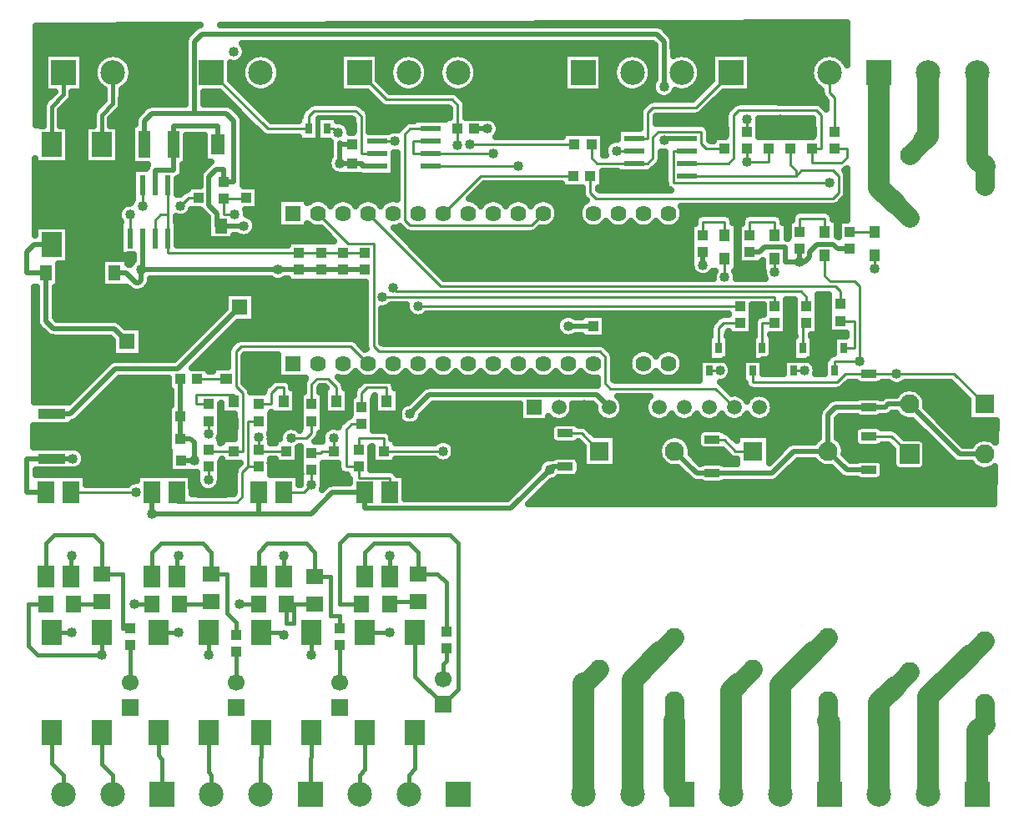
<source format=gbr>
%TF.GenerationSoftware,Novarm,DipTrace,3.1.0.1*%
%TF.CreationDate,2017-07-10T10:23:31+02:00*%
%FSLAX26Y26*%
%MOIN*%
%TF.FileFunction,Copper,L1,Top*%
%TF.Part,Single*%
%AMOUTLINE0*
4,1,4,
0.031496,0.015748,
0.031496,-0.015748,
-0.031496,-0.015748,
-0.031496,0.015748,
0.031496,0.015748,
0*%
%AMOUTLINE3*
4,1,4,
-0.031496,-0.015748,
-0.031496,0.015748,
0.031496,0.015748,
0.031496,-0.015748,
-0.031496,-0.015748,
0*%
%AMOUTLINE6*5,1,4,0,0,0.108572,-135.0*%
%TA.AperFunction,Conductor*%
%ADD14C,0.011*%
%ADD15C,0.015*%
%ADD16C,0.02*%
%ADD17C,0.085*%
%ADD18C,0.076772*%
%TA.AperFunction,CopperBalancing*%
%ADD19C,0.025*%
%TA.AperFunction,ComponentPad*%
%ADD24R,0.062992X0.062992*%
%ADD25C,0.062992*%
%ADD26R,0.051181X0.059055*%
%ADD27R,0.043307X0.03937*%
%ADD28R,0.03937X0.043307*%
%ADD29R,0.049213X0.043307*%
%ADD31R,0.055118X0.082677*%
%ADD32R,0.043307X0.049213*%
%TA.AperFunction,ComponentPad*%
%ADD34R,0.06378X0.06378*%
%ADD35C,0.06378*%
%ADD36R,0.098425X0.098425*%
%ADD37C,0.098425*%
%ADD38R,0.059055X0.059055*%
%ADD39C,0.059055*%
%ADD40R,0.066929X0.066929*%
%ADD41C,0.066929*%
%ADD42C,0.076772*%
%ADD43R,0.076772X0.076772*%
%ADD44R,0.045276X0.106299*%
%ADD46R,0.025591X0.041339*%
%ADD47R,0.062992X0.070866*%
%ADD48R,0.070866X0.062992*%
%ADD49R,0.023622X0.07874*%
%ADD51R,0.108268X0.03937*%
%ADD52R,0.242126X0.218504*%
%ADD53R,0.07874X0.023622*%
%ADD54R,0.07874X0.098425*%
%ADD55R,0.066929X0.086614*%
%TA.AperFunction,ViaPad*%
%ADD56C,0.04*%
%ADD125OUTLINE0*%
%ADD128OUTLINE3*%
%TA.AperFunction,ComponentPad*%
%ADD131OUTLINE6*%
G75*
G01*
%LPD*%
X3256205Y3543606D2*
D14*
X3116232Y3403634D1*
X2944870D1*
X2923870Y3382634D1*
Y3281500D1*
X2869000D1*
X3319000Y3358118D2*
Y3306465D1*
X3649906Y3543606D2*
Y3464173D1*
X3669000Y3445079D1*
Y3306465D1*
X3649906Y3104189D2*
X3026724D1*
Y3231500D1*
X3081598D1*
X590850Y3543606D2*
D15*
Y3455574D1*
X544000Y3408724D1*
Y3256500D1*
X787701Y3543606D2*
Y3419000D1*
X744000Y3375299D1*
Y3256500D1*
X2506500Y2981500D2*
D14*
X2459110Y2934110D1*
X1974890D1*
X1953890Y2955110D1*
Y3298000D1*
X1974890Y3319000D1*
X2056500D1*
X2406500Y3169000D2*
X2056500D1*
Y3269000D2*
X1987130D1*
Y3219000D1*
X2056500D1*
X2306500D1*
X3031500Y2031500D2*
D16*
X3119000Y1944000D1*
X3181500D1*
X3644000Y2031500D2*
X3719000Y1956500D1*
X3806500D1*
X3331500Y2827071D2*
X3371185D1*
X3390205Y2846091D1*
X3473154D1*
Y2786874D1*
X3531500D1*
X628134Y2001972D2*
X544000D1*
X1744000Y3256500D2*
X1701626D1*
X1694315Y3263811D1*
Y3181500D1*
X1056500Y2319000D2*
Y2169000D1*
X2606500Y2531500D2*
X2706500D1*
X3531500Y2786874D2*
Y2839571D1*
X2283154Y3319000D2*
X2231500D1*
X3144000Y2775413D2*
Y2827071D1*
X944000Y1781843D2*
Y1866146D1*
X1794000D2*
X1663653D1*
X1579350Y1781843D1*
X1369000D1*
X944000D1*
X2532504Y1958000D2*
X2377343Y1802839D1*
X1794000D1*
Y1866146D1*
X2594000Y1969000D2*
X2543504D1*
X2532504Y1958000D1*
X3969000Y2219000D2*
X4169000Y2019000D1*
X4269000D1*
X3806500Y2206500D2*
X3871748D1*
X3884248Y2219000D1*
X3969000D1*
X3644000Y2031500D2*
Y2176500D1*
X3674000Y2206500D1*
X3806500D1*
X3181500Y1944000D2*
X3420689D1*
X3508189Y2031500D1*
X3644000D1*
X1369000Y1866146D2*
Y1781843D1*
X3531500Y2786874D2*
X3551500D1*
X3571500Y2806874D1*
Y2828591D1*
X3601500Y2858591D1*
X3663641D1*
X3682661Y2839571D1*
X3731500D1*
X544000Y2001972D2*
X444000D1*
Y1866146D1*
X519000D1*
X1744000Y3181500D2*
X1783685D1*
Y3169000D1*
X1843902D1*
X1694315Y3181500D2*
X1744000D1*
X1112587Y1994000D2*
X1060929D1*
X1056500Y2081500D2*
X1098154D1*
X1112587Y2067067D1*
Y1994000D1*
X1056500Y2169000D2*
Y2081500D1*
X2164571Y3319000D2*
D14*
Y3415066D1*
X2143570Y3436067D1*
X1879492D1*
X1771953Y3543606D1*
X2164571Y3254500D2*
Y3319000D1*
X3294000Y2610929D2*
X2006500Y2610933D1*
X1906500Y2683587D2*
X1921000Y2669087D1*
X3535500D1*
X3556500Y2648087D1*
Y2610929D1*
X1806500Y2981500D2*
X2097913Y2690087D1*
X3673000D1*
X3694000Y2669087D1*
Y2619000D1*
X1864685Y2648087D2*
X3431500D1*
Y2610929D1*
X1369000Y1531500D2*
D15*
Y1627307D1*
X1404000Y1662307D1*
X1559000D1*
X1594000Y1627307D1*
Y1529236D1*
X1656933D1*
Y1372587D1*
X1694000D1*
Y1323429D1*
X1369000Y2152071D2*
D14*
X1327154D1*
Y1969001D1*
X1304185Y1946032D1*
Y1849339D1*
X1283185Y1828339D1*
X1044000D1*
Y1866146D1*
X1327154Y1969001D2*
Y1969000D1*
X1369000D1*
X1781500Y2139571D2*
X1739658D1*
X1718654Y2118567D1*
Y1969000D1*
X1769000D1*
Y1924953D1*
X1894000D1*
Y1866146D1*
X1123429Y2319000D2*
X1238980D1*
X1291933Y1419000D2*
D15*
X1369000D1*
X1581500Y1217287D2*
Y1306500D1*
X1994000D2*
Y1131500D1*
X2106500Y1019000D1*
X2167465Y1079965D1*
Y1662307D1*
X2132465Y1697307D1*
X1726933D1*
X1691933Y1662307D1*
Y1419000D1*
X1781500D1*
X1294000Y2606500D2*
D16*
X1048154Y2360654D1*
X797288D1*
X618134Y2181500D1*
X544000D1*
X913390Y3256500D2*
Y3350650D1*
X943390Y3380650D1*
X1112189D1*
X1241500D1*
X1271500Y3350650D1*
Y3106500D1*
X1231500D1*
X1112189Y3380650D2*
Y3667819D1*
X1142189Y3697819D1*
X2958370D1*
X2988370Y3667819D1*
Y3487591D1*
X1218803Y2931500D2*
X1309752D1*
X1231500Y3106500D2*
Y3158154D1*
X1201500D1*
X1171500Y3128154D1*
Y3012740D1*
X1203212Y2981028D1*
Y2931500D1*
X1218803D1*
X2988370Y3273311D2*
X2996559Y3281500D1*
X3081598D1*
X1369000Y2219000D2*
D14*
X1421610D1*
Y2265110D1*
X1442610Y2286110D1*
X1469000D1*
Y2231500D1*
X1581500Y2219000D2*
Y2300610D1*
X1602500Y2321610D1*
X1646000D1*
X1681500Y2286110D1*
Y2231500D1*
X1894000Y1306500D2*
D15*
X1794000D1*
X1894000Y1614807D2*
Y1531500D1*
X1781500Y2206500D2*
D14*
Y2265110D1*
X1802500Y2286110D1*
X1881500D1*
Y2231500D1*
X3144000Y2894000D2*
Y2948610D1*
X3231500D1*
Y2894000D1*
X3331500D2*
Y2948610D1*
X3431500D1*
Y2894000D1*
X3531500Y2906500D2*
Y2961110D1*
X3631500D1*
Y2906500D1*
X2731500Y2031500D2*
X2660141Y2102859D1*
X2594000D1*
X3231500Y2725587D2*
Y2801480D1*
X3169098Y2353449D2*
X3211894Y2353453D1*
X3831500Y2906500D2*
X3731500D1*
X872504Y1419000D2*
D15*
X944000D1*
X1169000Y1217287D2*
Y1306500D1*
X744000Y1431500D2*
Y1419000D1*
X629236D1*
X956500Y2881402D2*
D14*
Y2955528D1*
X977500Y2976528D1*
X1006500D1*
Y2881402D1*
Y2976528D2*
Y3094000D1*
X1706500Y2823429D2*
X1794000D1*
X1619000D2*
X1706500D1*
X1531500D2*
X1566685D1*
X1619000D1*
X1006500Y2881402D2*
Y2823429D1*
X1531500D1*
X1469000Y1614807D2*
D15*
Y1531500D1*
Y1296067D2*
X1458567Y1306500D1*
X1381500D1*
X856500Y1323429D2*
X825004D1*
Y1541736D1*
X744000D1*
Y1662307D1*
X709000Y1697307D1*
X554000D1*
X519000Y1662307D1*
Y1531500D1*
X623370Y1306500D2*
X544000D1*
X623370Y1614807D2*
X619000Y1610437D1*
Y1531500D1*
X1594000Y1419000D2*
X1510736D1*
Y1343567D1*
X1479236D1*
Y1419000D1*
X856500Y1106500D2*
Y1256500D1*
X1181500Y1431500D2*
Y1419000D1*
X1054236D1*
X944000Y1531500D2*
Y1627307D1*
X979000Y1662307D1*
X1146500D1*
X1181500Y1627307D1*
Y1541736D1*
X1244433D1*
Y1384654D1*
X1281500Y1347587D1*
Y1298429D1*
X3669000Y3239535D2*
D14*
X3718685D1*
Y3204035D1*
X3697685Y3183035D1*
X3581500D1*
Y3239571D1*
X3616685D1*
Y3372618D1*
X3595685Y3393618D1*
X3287685D1*
X3266685Y3372618D1*
Y3202500D1*
X3245685Y3181500D1*
X3081598D1*
X519000Y1419000D2*
D15*
X451500D1*
Y1252287D1*
X486500Y1217287D1*
X744000D1*
Y1306500D1*
X1281500Y1106500D2*
Y1231500D1*
X3294000Y2544000D2*
D14*
X3227500D1*
X3206500Y2523000D1*
Y2444000D1*
X3556500Y2544000D2*
X3544000D1*
Y2444000D1*
X880535Y1866146D2*
X619000D1*
X1169000Y2100413D2*
Y2152071D1*
Y1917346D2*
Y1969000D1*
X3706500Y2444000D2*
X3749295D1*
Y2552071D1*
X3694000D1*
X1469000Y1866146D2*
X1550225D1*
X1581500Y1897421D1*
X1499000Y2083154D2*
X1560500D1*
X1581500Y2104154D1*
Y2152071D1*
Y1897421D2*
Y1956500D1*
X2799626Y3231500D2*
X2869000D1*
X3406500Y3239535D2*
Y3187882D1*
X3319000D1*
Y3239535D1*
X3381500Y2444000D2*
Y2544000D1*
X3431500D1*
X1694000Y1106500D2*
D15*
Y1256500D1*
X2698429Y3256500D2*
D14*
Y3202504D1*
X2719433Y3181500D1*
X2869000D1*
X2923870D1*
X2944870Y3202500D1*
Y3287811D1*
X2965870Y3308811D1*
X3136469D1*
Y3260535D1*
X3157469Y3239535D1*
X3231500D1*
X544000Y2856500D2*
D16*
X474000D1*
X444000Y2826500D1*
Y2744000D1*
X519197D1*
X1973154Y2178984D2*
X2050198Y2256028D1*
X2719472D1*
X2769000Y2206500D1*
X794000Y2744000D2*
X839591D1*
X879591Y2704000D1*
X889591D1*
X899591Y2714000D1*
Y2756504D1*
X519197Y2744000D2*
Y2550496D1*
X549197Y2520496D1*
X792504D1*
X844000Y2469000D1*
X1706500Y2756500D2*
X1794000D1*
X1619000D2*
X1706500D1*
X1531500D2*
X1571185D1*
X1619000D1*
X1447110Y2756504D2*
X1531500Y2756500D1*
X899591Y2756504D2*
X1447110D1*
X899591D2*
X906500Y2763413D1*
Y2881402D1*
X3081598Y3131500D2*
D14*
X3515000D1*
Y3152500D1*
X3494000Y3173500D1*
Y3239535D1*
X3515000Y3131500D2*
X3536000Y3152500D1*
X3664406D1*
X3685406Y3131500D1*
Y3062980D1*
X3664406Y3041980D1*
X2715001D1*
X2694000Y3062981D1*
Y3131500D1*
X1169000Y2219000D2*
X1119315D1*
Y2256110D1*
X1269000D1*
Y2231500D1*
X3344000Y2031500D2*
X3274854D1*
X3228495Y2077859D1*
X3181500D1*
X3506598Y2353449D2*
X3549394Y2353453D1*
X3431500Y2746874D2*
Y2801480D1*
X3669098Y2353449D2*
Y2388953D1*
X3770295D1*
X3969000Y2019000D2*
X3897641Y2090359D1*
X3806500D1*
X3770295Y2388953D2*
Y2690087D1*
X3749295Y2711087D1*
X3652500D1*
X3631500Y2732087D1*
Y2813980D1*
X3344098Y2353449D2*
Y2307114D1*
X3680772D1*
X3714017Y2340359D1*
X3806500D1*
X3831500Y2759374D2*
Y2813980D1*
X3917996Y2340358D2*
X4147642D1*
X4269000Y2219000D1*
X3806500Y2340359D2*
X3917996Y2340358D1*
X2006500Y1431500D2*
D15*
X1891736D1*
Y1419000D1*
X1794000Y1531500D2*
Y1627307D1*
X1829000Y1662307D1*
X1971500D1*
X2006500Y1627307D1*
Y1541736D1*
X2084000D1*
X2119000Y1506736D1*
Y1310929D1*
X2106500Y1119000D2*
Y1179965D1*
X2119000Y1192465D1*
Y1244000D1*
X1048370Y1306500D2*
X969000D1*
X1048370Y1614807D2*
X1044000Y1610437D1*
Y1531500D1*
X1274394Y2976528D2*
D14*
X1231500D1*
Y3039571D1*
X856500Y2976528D2*
Y2881402D1*
X1231500Y3039571D2*
X1319000D1*
Y3044000D1*
X906500Y3012028D2*
Y3094000D1*
X1057004Y3012028D2*
X1088976Y3044000D1*
X1131500D1*
X1206500Y3256500D2*
D16*
Y3329650D1*
X1031500D1*
Y3256500D1*
Y3153374D1*
X956500D1*
Y3094000D1*
X2214571Y3256500D2*
D14*
X2631500D1*
X2106500Y2981500D2*
X2256500Y3131500D1*
X2627071D1*
X2665654Y661717D2*
D17*
Y1104226D1*
D18*
X2674305D1*
X2731500Y1161421D1*
X2862504Y661717D2*
D17*
Y1118409D1*
X2974305Y1230211D1*
D18*
X3031500Y1287406D1*
Y1035437D2*
Y954551D1*
D17*
Y689571D1*
X3059354Y661717D1*
X3256205D2*
Y1073626D1*
X3286805Y1104226D1*
D18*
X3344000Y1161421D1*
X3453055Y661717D2*
D17*
Y1096461D1*
X3586805Y1230211D1*
D18*
X3644000Y1287406D1*
X3649906Y661717D2*
D17*
Y948646D1*
X3644000Y954551D1*
D18*
Y1035437D1*
X3846756Y661717D2*
D17*
Y1026677D1*
X3911805Y1091726D1*
D18*
X3969000Y1148921D1*
X4043606Y661717D2*
D17*
Y1049512D1*
X4211805Y1217711D1*
D18*
X4269000Y1274906D1*
X4240457Y661717D2*
D17*
Y913508D1*
X4269000Y942051D1*
D18*
Y1022937D1*
X4240457Y3543606D2*
D17*
Y3198508D1*
X4269000Y3169965D1*
D18*
Y3089079D1*
X3846756Y3543606D2*
D17*
Y3085339D1*
X3911805Y3020289D1*
D18*
X3969000Y2963094D1*
X4043606Y3543606D2*
D17*
Y3289669D1*
X4026195Y3272258D1*
D18*
X3969000Y3215063D1*
X1913276Y3269000D2*
D14*
X1843902D1*
X1686795Y3303831D2*
X1681964D1*
X1666795Y3319000D1*
X1644000D1*
X1843902Y3219000D2*
X1779185D1*
Y3369587D1*
X1758185Y3390587D1*
X1590196D1*
X1569197Y3369588D1*
Y3319000D1*
X1406008D1*
X1181402Y3543606D1*
X787701Y661717D2*
D15*
Y738429D1*
X744000Y782130D1*
Y906500D1*
X590850Y661717D2*
Y738430D1*
X544000Y785280D1*
Y906500D1*
X984551Y661717D2*
Y800654D1*
X969000Y816205D1*
Y906500D1*
X1181402Y661717D2*
Y738429D1*
X1169000Y750831D1*
Y906500D1*
X1575102Y661717D2*
Y805228D1*
X1581500Y811626D1*
Y906500D1*
X1378252Y661717D2*
Y806803D1*
X1381500Y810051D1*
Y906500D1*
X1968803Y661717D2*
Y738429D1*
X1994000Y763626D1*
Y906500D1*
X1771953Y661717D2*
Y738429D1*
X1794000Y760476D1*
Y906500D1*
X1269000Y2031500D2*
D14*
X1306154D1*
Y2263579D1*
X1279091Y2290642D1*
Y2428890D1*
X1300091Y2449890D1*
X1738110D1*
X1806500Y2381500D1*
X1169000Y2035929D2*
Y2031500D1*
X1269000D1*
X1369000Y2087587D2*
Y2035929D1*
Y2031500D1*
X1481500D1*
X1669000Y2083154D2*
Y2031500D1*
X1624755D1*
X1616684Y2023429D1*
X1581500D1*
X1769000Y2035929D2*
Y2083154D1*
X1869000D1*
Y2031500D1*
X2106500D1*
X3269000Y2206500D2*
X3193972Y2281528D1*
X2774890D1*
X2753890Y2302528D1*
Y2407890D1*
X2732890Y2428890D1*
X1850185D1*
X1829185Y2449890D1*
Y2860587D1*
X1727413D1*
X1606500Y2981500D1*
X3406500Y3306465D2*
D16*
Y3358118D1*
X3453055D1*
X2773429Y2531500D2*
Y2571500D1*
X2805087D1*
X2825087Y2551500D1*
Y2531500D1*
X1744000Y3114571D2*
X1636598D1*
X1606598Y3144571D1*
Y3228449D1*
X989571Y2081500D2*
X964000D1*
Y1964315D1*
X984000Y1944315D1*
X989567D1*
X3453055Y3543606D2*
X3338579Y3429130D1*
X3261500D1*
X3231500Y3399130D1*
Y3306465D1*
X2669000Y2206500D2*
X2601484Y2138984D1*
X2167500D1*
X2146500Y2117984D1*
Y1994570D1*
X2116501Y1964571D1*
X1869000D1*
X856500Y3094000D2*
Y3016528D1*
X774000D1*
X744000Y2986528D1*
Y2856500D1*
X989571Y2169000D2*
X989567Y2218685D1*
X1606598Y3228449D2*
Y3365087D1*
X1744000D1*
Y3323429D1*
X3131697Y2444000D2*
Y2394122D1*
X3306696D1*
X3396398D1*
X3426398Y2424122D1*
Y2444000D1*
X3469197D1*
X1903276Y3360811D2*
Y3339000D1*
X1883276Y3319000D1*
X1843902D1*
X1669000Y1912913D2*
Y1964571D1*
X1531815Y1939453D2*
X1481500D1*
Y1964571D1*
X2146500Y2117984D2*
X2125500Y2138984D1*
X1933154D1*
X2948370Y3131500D2*
X2869000D1*
X1418685Y2081433D2*
Y2138980D1*
X1469000D1*
X1217346Y2083154D2*
Y2138980D1*
X1269000D1*
X1391504Y2319000D2*
X1331500D1*
X989567Y1944315D2*
X994000D1*
Y1994000D1*
X1131500Y3162587D2*
Y3110929D1*
X1881500Y2138980D2*
X1933154Y2138984D1*
X719197Y2744000D2*
X663606D1*
X3453055Y3358118D2*
X3474000D1*
X3494000Y3338118D1*
Y3358118D1*
X3581500D1*
Y3306500D1*
X3494000Y3338118D2*
Y3306465D1*
X3469197Y2444000D2*
Y2394122D1*
X3631697D1*
Y2444000D1*
X3306696Y2394122D2*
X3306697Y2444000D1*
X2825087Y2531500D2*
X2912587Y2444000D1*
X3131697D1*
X1319000Y3110929D2*
X1358686D1*
X1388685Y3080930D1*
Y2911972D1*
X1358685Y2881972D1*
X1144000D1*
Y2931500D1*
X1319000Y3162587D2*
Y3110929D1*
X1606598Y3228449D2*
X1360038D1*
Y3162587D1*
X1319000D1*
X989567Y1944315D2*
X1097465D1*
Y1883839D1*
X1127465Y1853839D1*
X1239000D1*
X1269000Y1883839D1*
Y1964571D1*
X994000Y1944315D2*
D3*
X719197Y2744000D2*
Y2636500D1*
X749197Y2606500D1*
X994000D1*
X744000Y2856500D2*
X734787D1*
Y2744000D1*
X719197D1*
X989567Y2218685D2*
X987264Y2220988D1*
X807780D1*
Y2091736D1*
X1481500Y1964571D2*
X1438394D1*
X1418685Y1984280D1*
X1933154Y2138984D2*
Y2281610D1*
X1903154Y2311610D1*
X1753154D1*
X1723154Y2281610D1*
Y2183591D1*
X1681500D1*
Y2138980D1*
X663606Y2744000D2*
X594000D1*
D56*
X1270614Y3627819D3*
X3319000Y3358118D3*
X3649906Y3104189D3*
X2406500Y3169000D3*
X2306500Y3219000D3*
X944000Y1781843D3*
X2606500Y2531500D3*
X628134Y2001972D3*
X2532504Y1958000D3*
X1694315Y3181500D3*
X3531500Y2786874D3*
X2283154Y3319000D3*
X3144000Y2775413D3*
X1112587Y1994000D3*
X2164571Y3254500D3*
X2006500Y2610933D3*
X1906500Y2683587D3*
X1864685Y2648087D3*
X1291933Y1419000D3*
X1581500Y1217287D3*
X1309752Y2931500D3*
X2988370Y3487591D3*
Y3273311D3*
X1894000Y1306500D3*
Y1614807D3*
X3231500Y2725587D3*
X3211894Y2353453D3*
X872504Y1419000D3*
X1169000Y1217287D3*
X1469000Y1296067D3*
Y1614807D3*
X623370Y1306500D3*
Y1614807D3*
X744000Y1217287D3*
X880535Y1866146D3*
X1169000Y2100413D3*
Y1917346D3*
X1499000Y2083154D3*
X1581500Y1897421D3*
X2799626Y3231500D3*
X3319000Y3187882D3*
X1973154Y2178984D3*
X899591Y2756504D3*
X1447110D3*
X3549394Y2353453D3*
X3431500Y2746874D3*
X3770295Y2388953D3*
X3831500Y2759374D3*
X3917996Y2340358D3*
X1048370Y1306500D3*
Y1614807D3*
X856500Y2976528D3*
X1274394D3*
X906500Y3012028D3*
X1057004D3*
X2214571Y3256500D3*
X1686795Y3303831D3*
X1913276Y3269000D3*
X1369000Y2087587D3*
X1669000Y2083154D3*
X2106500Y2031500D3*
X1903276Y3360811D3*
X1669000Y1912913D3*
X1418685Y1984280D3*
X1531815Y1939453D3*
X2948370Y3131500D3*
X1418685Y2081433D3*
X1217346Y2083154D3*
X1391504Y2319000D3*
X989567Y1944315D3*
X2825087Y2531500D3*
X3453055Y3358118D3*
X1131500Y3162587D3*
X1319000D3*
X989567Y2218685D3*
X1933154Y2138984D3*
X663606Y2744000D3*
X483826Y3719131D2*
D19*
X1109383D1*
X2991162D2*
X3716513D1*
X483683Y3694262D2*
X1084515D1*
X3016030D2*
X3716513D1*
X483503Y3669394D2*
X1073212D1*
X3027333D2*
X3716513D1*
X483360Y3644525D2*
X1073176D1*
X1316519D2*
X2949381D1*
X3027369D2*
X3716513D1*
X483180Y3619656D2*
X1073176D1*
X1318887D2*
X2949381D1*
X3027369D2*
X3716513D1*
X483037Y3594787D2*
X512629D1*
X669060D2*
X729405D1*
X846005D2*
X1073176D1*
X1305825D2*
X1319952D1*
X1436551D2*
X1693757D1*
X1850152D2*
X1910498D1*
X2027097D2*
X2107358D1*
X2223958D2*
X2587453D1*
X2743884D2*
X2804193D1*
X2920793D2*
X2949381D1*
X3117654D2*
X3177999D1*
X3334430D2*
X3591600D1*
X482893Y3569919D2*
X512629D1*
X669060D2*
X714191D1*
X861184D2*
X1073176D1*
X1259606D2*
X1304773D1*
X1451730D2*
X1693757D1*
X1850152D2*
X1895319D1*
X2042312D2*
X2092143D1*
X2239137D2*
X2587453D1*
X2743884D2*
X2789014D1*
X2936008D2*
X2949381D1*
X3132833D2*
X3177999D1*
X3334430D2*
X3576421D1*
X482714Y3545050D2*
X512629D1*
X669060D2*
X709490D1*
X865885D2*
X1073176D1*
X1259606D2*
X1300036D1*
X1456467D2*
X1693757D1*
X1850152D2*
X1890618D1*
X2047013D2*
X2087443D1*
X2243838D2*
X2587453D1*
X2743884D2*
X2784313D1*
X3137569D2*
X3177999D1*
X3334430D2*
X3571720D1*
X482570Y3520181D2*
X512629D1*
X669060D2*
X713186D1*
X862189D2*
X1073176D1*
X1259606D2*
X1303768D1*
X1452735D2*
X1693757D1*
X1850152D2*
X1894314D1*
X2043317D2*
X2091139D1*
X2240142D2*
X2587453D1*
X2743884D2*
X2788009D1*
X3133837D2*
X3177999D1*
X3334430D2*
X3575416D1*
X482391Y3495312D2*
X512629D1*
X669060D2*
X726894D1*
X848517D2*
X1073176D1*
X1277441D2*
X1317440D1*
X1439063D2*
X1693757D1*
X1867987D2*
X1907986D1*
X2029609D2*
X2104846D1*
X2226470D2*
X2587453D1*
X2743884D2*
X2801681D1*
X2923305D2*
X2940015D1*
X3120166D2*
X3160164D1*
X3334430D2*
X3589088D1*
X482247Y3470444D2*
X512629D1*
X669060D2*
X751187D1*
X824188D2*
X1073176D1*
X1302309D2*
X1356266D1*
X1400237D2*
X1693757D1*
X1892855D2*
X1946812D1*
X1990783D2*
X2143673D1*
X2187643D2*
X2587453D1*
X2743884D2*
X2840508D1*
X2884478D2*
X2942634D1*
X3081339D2*
X3135297D1*
X3334430D2*
X3615391D1*
X482068Y3445575D2*
X530284D1*
X625856D2*
X751187D1*
X824188D2*
X1073176D1*
X1151200D2*
X1231676D1*
X1327176D2*
X1822223D1*
X2181830D2*
X2965959D1*
X3010791D2*
X3110429D1*
X3205929D2*
X3621348D1*
X481924Y3420706D2*
X509687D1*
X606550D2*
X738807D1*
X824188D2*
X1073176D1*
X1151200D2*
X1256544D1*
X1352044D2*
X1576882D1*
X1771494D2*
X1847090D1*
X2198588D2*
X2914178D1*
X3181061D2*
X3268140D1*
X3615224D2*
X3634517D1*
X481745Y3395837D2*
X507498D1*
X581682D2*
X714406D1*
X815073D2*
X904449D1*
X1376912D2*
X1547708D1*
X1800704D2*
X2130073D1*
X2199054D2*
X2892217D1*
X3156193D2*
X3242160D1*
X481601Y3370969D2*
X507498D1*
X580498D2*
X707516D1*
X790241D2*
X880586D1*
X1401780D2*
X1534718D1*
X1813658D2*
X2130073D1*
X2199054D2*
X2889382D1*
X2959943D2*
X3232184D1*
X481422Y3346100D2*
X507498D1*
X580498D2*
X707516D1*
X780517D2*
X874378D1*
X1310490D2*
X1331147D1*
X1708661D2*
X1744677D1*
X1813694D2*
X1955389D1*
X2323429D2*
X2889382D1*
X2958364D2*
X3232184D1*
X3367695D2*
X3582198D1*
X612363Y3321231D2*
X675615D1*
X812382D2*
X861746D1*
X1310490D2*
X1356015D1*
X1813694D2*
X1929373D1*
X2332113D2*
X2889382D1*
X3168466D2*
X3232184D1*
X3367695D2*
X3582198D1*
X612363Y3296362D2*
X675615D1*
X812382D2*
X861746D1*
X1310490D2*
X1380883D1*
X2326264D2*
X2580850D1*
X2749087D2*
X2800641D1*
X3170978D2*
X3232184D1*
X3367695D2*
X3582198D1*
X612363Y3271493D2*
X675615D1*
X812382D2*
X861746D1*
X1083128D2*
X1149932D1*
X1310490D2*
X1650876D1*
X2749087D2*
X2773405D1*
X612363Y3246625D2*
X675615D1*
X812382D2*
X861746D1*
X1083128D2*
X1149932D1*
X1310490D2*
X1655325D1*
X612363Y3221756D2*
X675615D1*
X812382D2*
X861746D1*
X1083128D2*
X1149932D1*
X1310490D2*
X1655325D1*
X2979356D2*
X2992226D1*
X612363Y3196887D2*
X675615D1*
X812382D2*
X861746D1*
X1083128D2*
X1149932D1*
X1310490D2*
X1647933D1*
X2978890D2*
X2992226D1*
X480310Y3172018D2*
X922606D1*
X1070497D2*
X1161236D1*
X1310490D2*
X1646282D1*
X2962132D2*
X2992226D1*
X480166Y3147150D2*
X865694D1*
X1069959D2*
X1137839D1*
X1310490D2*
X1660457D1*
X2744638D2*
X2800641D1*
X2937372D2*
X2992226D1*
X479987Y3122281D2*
X865694D1*
X1053129D2*
X1132493D1*
X1310490D2*
X1919397D1*
X2744638D2*
X2992226D1*
X479843Y3097412D2*
X865694D1*
X1047316D2*
X1132493D1*
X1309342D2*
X1919397D1*
X2270177D2*
X2576400D1*
X2744638D2*
X2992944D1*
X479664Y3072543D2*
X865694D1*
X1047316D2*
X1071992D1*
X1367690D2*
X1919397D1*
X2245309D2*
X2659508D1*
X479520Y3047675D2*
X865694D1*
X1367690D2*
X1919397D1*
X2220441D2*
X2663384D1*
X479341Y3022806D2*
X849474D1*
X1367690D2*
X1445618D1*
X2550253D2*
X2662738D1*
X3692985D2*
X3716513D1*
X479197Y2997937D2*
X812729D1*
X1367690D2*
X1445618D1*
X2565037D2*
X2647989D1*
X3065012D2*
X3716513D1*
X479018Y2973068D2*
X807633D1*
X1084886D2*
X1157037D1*
X1333097D2*
X1445618D1*
X2566796D2*
X2646231D1*
X3066770D2*
X3120871D1*
X3254624D2*
X3308366D1*
X3454642D2*
X3499306D1*
X3663668D2*
X3716513D1*
X478874Y2948199D2*
X817142D1*
X1041000D2*
X1164214D1*
X1355633D2*
X1445618D1*
X2556963D2*
X2656027D1*
X3056974D2*
X3109496D1*
X3265999D2*
X3296991D1*
X3466017D2*
X3482799D1*
X612363Y2923331D2*
X815707D1*
X1047316D2*
X1164214D1*
X1358037D2*
X1445618D1*
X1567385D2*
X1598915D1*
X1914062D2*
X1937913D1*
X2514093D2*
X2698945D1*
X2714082D2*
X2798918D1*
X2814074D2*
X2898928D1*
X2914090D2*
X2998937D1*
X3014049D2*
X3095322D1*
X612363Y2898462D2*
X815707D1*
X1047316D2*
X1164214D1*
X1344975D2*
X1641797D1*
X1937279D2*
X3095322D1*
X612363Y2873593D2*
X815707D1*
X1047316D2*
X1666665D1*
X1962147D2*
X3095322D1*
X612363Y2848724D2*
X815707D1*
X1987015D2*
X3095322D1*
X612363Y2823856D2*
X815707D1*
X2011883D2*
X3095322D1*
X612363Y2798987D2*
X739417D1*
X848589D2*
X867488D1*
X2036750D2*
X3095322D1*
X573788Y2774118D2*
X739417D1*
X2061654D2*
X3095035D1*
X3282147D2*
X3380852D1*
X573788Y2749249D2*
X739417D1*
X2086522D2*
X3103073D1*
X3274037D2*
X3382575D1*
X573788Y2724381D2*
X739417D1*
X2111389D2*
X3182520D1*
X3280496D2*
X3388316D1*
X573788Y2699512D2*
X739417D1*
X935608D2*
X1794699D1*
X558214Y2674643D2*
X855395D1*
X913791D2*
X1794699D1*
X558214Y2649774D2*
X1233507D1*
X1354484D2*
X1794699D1*
X3605176D2*
X3645319D1*
X558214Y2624906D2*
X1233507D1*
X1354484D2*
X1794699D1*
X3480192D2*
X3507810D1*
X3605176D2*
X3645319D1*
X558214Y2600037D2*
X1233435D1*
X1354484D2*
X1794699D1*
X1863681D2*
X1958798D1*
X3342683D2*
X3382826D1*
X3480192D2*
X3507810D1*
X3605176D2*
X3645319D1*
X558214Y2575168D2*
X1208567D1*
X1354484D2*
X1794699D1*
X1863681D2*
X1974300D1*
X2038724D2*
X2588027D1*
X2624964D2*
X2655848D1*
X2757161D2*
X3217759D1*
X3342683D2*
X3371738D1*
X3480192D2*
X3507810D1*
X3605176D2*
X3645319D1*
X816078Y2550299D2*
X1183663D1*
X1354484D2*
X1794699D1*
X1863681D2*
X2561473D1*
X2757161D2*
X3186037D1*
X3480192D2*
X3507810D1*
X3605176D2*
X3645319D1*
X476147Y2525430D2*
X490166D1*
X904497D2*
X1158796D1*
X1267034D2*
X1794699D1*
X1863681D2*
X2557884D1*
X2757161D2*
X3172078D1*
X3480192D2*
X3507810D1*
X3605176D2*
X3645319D1*
X475968Y2500562D2*
X514997D1*
X904497D2*
X1133928D1*
X1242167D2*
X1794699D1*
X1863681D2*
X2569295D1*
X2757161D2*
X3172006D1*
X3480192D2*
X3507810D1*
X3605176D2*
X3714790D1*
X475824Y2475693D2*
X783196D1*
X904497D2*
X1109060D1*
X1217299D2*
X1278649D1*
X1759545D2*
X1794699D1*
X1863681D2*
X3164722D1*
X3248308D2*
X3339693D1*
X3423279D2*
X3502212D1*
X3585799D2*
X3664696D1*
X475645Y2450824D2*
X783519D1*
X904497D2*
X1084192D1*
X1192431D2*
X1253279D1*
X2758704D2*
X3164722D1*
X3248308D2*
X3339693D1*
X3423279D2*
X3502212D1*
X3585799D2*
X3664696D1*
X475501Y2425955D2*
X783519D1*
X904497D2*
X1059325D1*
X1167564D2*
X1244595D1*
X2782818D2*
X2866129D1*
X2946845D2*
X2966139D1*
X3046854D2*
X3164722D1*
X3248308D2*
X3339693D1*
X3423279D2*
X3502212D1*
X3585799D2*
X3664696D1*
X475322Y2401087D2*
X1034457D1*
X1142696D2*
X1244595D1*
X1313576D2*
X1445618D1*
X2788380D2*
X2848977D1*
X3064007D2*
X3164722D1*
X3248308D2*
X3339693D1*
X3423279D2*
X3502212D1*
X3585799D2*
X3636993D1*
X475178Y2376218D2*
X758723D1*
X1117828D2*
X1244595D1*
X1313576D2*
X1445618D1*
X2788380D2*
X2845855D1*
X3067165D2*
X3127294D1*
X3254947D2*
X3302302D1*
X3385888D2*
X3464821D1*
X3592437D2*
X3627305D1*
X474999Y2351349D2*
X733855D1*
X1313576D2*
X1445618D1*
X2788380D2*
X2854001D1*
X3059019D2*
X3127294D1*
X3260832D2*
X3302302D1*
X3385888D2*
X3464821D1*
X3598358D2*
X3627305D1*
X474855Y2326480D2*
X708987D1*
X1313576D2*
X1445618D1*
X1728541D2*
X1784436D1*
X1828550D2*
X1884446D1*
X1928559D2*
X1984455D1*
X2028533D2*
X2084464D1*
X2128542D2*
X2184437D1*
X2228551D2*
X2284447D1*
X2328560D2*
X2384456D1*
X2428534D2*
X2484465D1*
X2528543D2*
X2584439D1*
X2628552D2*
X2684448D1*
X2788380D2*
X2884466D1*
X2928544D2*
X2984440D1*
X3028553D2*
X3127294D1*
X3252255D2*
X3302302D1*
X474712Y2301612D2*
X684120D1*
X792358D2*
X1005857D1*
X1315873D2*
X1410344D1*
X1499492D2*
X1547027D1*
X1711998D2*
X1770262D1*
X1911981D2*
X2719399D1*
X3221646D2*
X3310089D1*
X3723020D2*
X3759323D1*
X3853674D2*
X3889798D1*
X3946220D2*
X4138618D1*
X474532Y2276743D2*
X659252D1*
X767491D2*
X1005857D1*
X1337834D2*
X1389316D1*
X1519659D2*
X1546991D1*
X1616008D2*
X1630852D1*
X1732165D2*
X1749198D1*
X1932148D2*
X2016787D1*
X3246514D2*
X3331511D1*
X3693344D2*
X3936913D1*
X4001087D2*
X4163486D1*
X474389Y2251874D2*
X634384D1*
X742623D2*
X1017484D1*
X1519659D2*
X1532817D1*
X1932148D2*
X1991919D1*
X3304359D2*
X3333629D1*
X3404368D2*
X3865899D1*
X4027426D2*
X4188354D1*
X717755Y2227005D2*
X1017484D1*
X1519659D2*
X1532817D1*
X1932148D2*
X1967051D1*
X2823655D2*
X2914358D1*
X3423638D2*
X3640402D1*
X4035894D2*
X4201631D1*
X692887Y2202136D2*
X1005857D1*
X1519659D2*
X1532817D1*
X2050422D2*
X2410472D1*
X2627368D2*
X2710643D1*
X2827351D2*
X2910626D1*
X3427370D2*
X3615535D1*
X4039985D2*
X4201631D1*
X668020Y2177268D2*
X1005857D1*
X1217694D2*
X1271651D1*
X1417676D2*
X1532817D1*
X1630182D2*
X1732799D1*
X1830201D2*
X1924169D1*
X2025554D2*
X2410472D1*
X2619294D2*
X2718717D1*
X2819313D2*
X2918700D1*
X3419296D2*
X3605021D1*
X3896089D2*
X3916818D1*
X4064853D2*
X4201631D1*
X642650Y2152399D2*
X1005857D1*
X1217694D2*
X1271651D1*
X1417676D2*
X1532817D1*
X1630182D2*
X1704738D1*
X1830201D2*
X1932495D1*
X2013820D2*
X2410472D1*
X2527538D2*
X2551927D1*
X2586065D2*
X2751946D1*
X2786048D2*
X2951928D1*
X2986066D2*
X3051938D1*
X3086076D2*
X3151947D1*
X3186049D2*
X3251920D1*
X3286058D2*
X3351929D1*
X3386067D2*
X3604985D1*
X3683009D2*
X3981482D1*
X4089720D2*
X4313231D1*
X473563Y2127530D2*
X1005857D1*
X1217694D2*
X1271651D1*
X1417676D2*
X1482615D1*
X1515389D2*
X1532817D1*
X1630182D2*
X1652598D1*
X1830201D2*
X2535062D1*
X2683024D2*
X3604985D1*
X3683009D2*
X3756918D1*
X3856079D2*
X4006349D1*
X4114588D2*
X4312549D1*
X473420Y2102661D2*
X1005857D1*
X1217945D2*
X1271651D1*
X1415487D2*
X1454302D1*
X1896874D2*
X2533519D1*
X2708108D2*
X3122594D1*
X3251215D2*
X3604985D1*
X3683009D2*
X3746010D1*
X3933086D2*
X4031217D1*
X4139456D2*
X4311903D1*
X473240Y2077793D2*
X1005857D1*
X1417676D2*
X1432807D1*
X1602910D2*
X1620302D1*
X1917687D2*
X2099607D1*
X2113374D2*
X2535205D1*
X2798895D2*
X2983542D1*
X3079473D2*
X3121015D1*
X3411402D2*
X3596050D1*
X3691980D2*
X3746010D1*
X4026780D2*
X4056085D1*
X4164324D2*
X4239058D1*
X473097Y2052924D2*
X1005857D1*
X2150288D2*
X2662307D1*
X2798895D2*
X2967753D1*
X3095262D2*
X3122630D1*
X3411402D2*
X3475479D1*
X3707733D2*
X3757277D1*
X3855720D2*
X3887322D1*
X4036397D2*
X4080953D1*
X669132Y2028055D2*
X1010271D1*
X2155383D2*
X2664101D1*
X2798895D2*
X2964201D1*
X3098779D2*
X3230533D1*
X3411402D2*
X3450611D1*
X3711286D2*
X3901603D1*
X4036397D2*
X4105820D1*
X677134Y2003186D2*
X1010271D1*
X2145874D2*
X2519022D1*
X2647033D2*
X2664101D1*
X2798895D2*
X2970624D1*
X3113922D2*
X3257446D1*
X3411402D2*
X3425743D1*
X3726429D2*
X3901603D1*
X4036397D2*
X4130688D1*
X670675Y1978318D2*
X1010271D1*
X1217694D2*
X1288732D1*
X1417676D2*
X1532817D1*
X1630182D2*
X1684140D1*
X1817677D2*
X2488161D1*
X2798895D2*
X2991832D1*
X3509114D2*
X3604339D1*
X3866306D2*
X3901711D1*
X4036289D2*
X4215949D1*
X483001Y1953449D2*
X1010271D1*
X1217694D2*
X1270539D1*
X1417676D2*
X1532817D1*
X1630182D2*
X1688195D1*
X1911048D2*
X2473843D1*
X2654497D2*
X3055418D1*
X3484247D2*
X3667926D1*
X3866987D2*
X4307920D1*
X681476Y1928580D2*
X881519D1*
X1106453D2*
X1120328D1*
X1217694D2*
X1269678D1*
X1630182D2*
X1720311D1*
X1956477D2*
X2448976D1*
X2637667D2*
X3080286D1*
X3459379D2*
X3692973D1*
X3864045D2*
X4307238D1*
X681476Y1903711D2*
X850622D1*
X1106453D2*
X1122050D1*
X1215971D2*
X1269678D1*
X1630075D2*
X1731543D1*
X1956477D2*
X2424108D1*
X2532347D2*
X3137521D1*
X3225486D2*
X4306592D1*
X1106453Y1878843D2*
X1140423D1*
X1197563D2*
X1269678D1*
X1956477D2*
X2399240D1*
X2507479D2*
X4305911D1*
X1956477Y1853974D2*
X2374372D1*
X2482611D2*
X4305265D1*
X2457744Y1829105D2*
X4304583D1*
X1017533Y2215185D2*
X1020009D1*
X1020000Y2272813D1*
X1008347Y2272815D1*
Y2324165D1*
X812431Y2324154D1*
X641839Y2153745D1*
X637205Y2150379D1*
X632102Y2147778D1*
X626644Y2146006D1*
X624634Y2145008D1*
Y2135315D1*
X471157D1*
X470560Y2048176D1*
X624486Y2048329D1*
X631782D1*
X638989Y2047187D1*
X645929Y2044932D1*
X652430Y2041620D1*
X658333Y2037331D1*
X663493Y2032171D1*
X667782Y2026268D1*
X671094Y2019767D1*
X673349Y2012827D1*
X674491Y2005620D1*
Y1998324D1*
X673349Y1991117D1*
X671094Y1984177D1*
X667782Y1977676D1*
X663493Y1971773D1*
X658333Y1966613D1*
X652430Y1962324D1*
X645929Y1959012D1*
X638989Y1956757D1*
X631782Y1955615D1*
X624486D1*
X615448Y1955787D1*
X480487D1*
X480500Y1935981D1*
X678965Y1935953D1*
Y1898167D1*
X846829Y1898146D1*
X850336Y1901505D1*
X856239Y1905794D1*
X862740Y1909106D1*
X869680Y1911361D1*
X876887Y1912503D1*
X884027Y1912509D1*
X884036Y1935953D1*
X1103965D1*
Y1860345D1*
X1269963Y1860339D1*
X1272185Y1867712D1*
X1272284Y1948543D1*
X1273069Y1953502D1*
X1274621Y1958278D1*
X1276900Y1962752D1*
X1279852Y1966814D1*
X1295133Y1982235D1*
X1287626Y1983346D1*
X1222815D1*
Y1999530D1*
X1215149Y1987775D1*
X1215357Y1920994D1*
Y1913698D1*
X1214215Y1906491D1*
X1211960Y1899551D1*
X1208648Y1893050D1*
X1204359Y1887147D1*
X1199199Y1881987D1*
X1193296Y1877698D1*
X1186795Y1874386D1*
X1179855Y1872131D1*
X1172648Y1870989D1*
X1165352D1*
X1158145Y1872131D1*
X1151205Y1874386D1*
X1144704Y1877698D1*
X1138801Y1881987D1*
X1133641Y1887147D1*
X1129352Y1893050D1*
X1126040Y1899551D1*
X1123785Y1906491D1*
X1122643Y1913698D1*
Y1920994D1*
X1122815Y1930033D1*
Y1948657D1*
X1116235Y1947643D1*
X1108939D1*
X1099896Y1947815D1*
X1012776D1*
Y2035336D1*
X1008347Y2035315D1*
X1008346Y2215185D1*
X1017533D1*
X571287Y2780758D2*
Y2687972D1*
X555678D1*
X555697Y2565620D1*
X564316Y2556996D1*
X795368Y2556883D1*
X801025Y2555988D1*
X806472Y2554218D1*
X811575Y2551617D1*
X816209Y2548251D1*
X837623Y2526996D1*
X901996D1*
Y2411004D1*
X786004D1*
Y2475344D1*
X777364Y2484017D1*
X546333Y2484108D1*
X540676Y2485004D1*
X535229Y2486774D1*
X530126Y2489374D1*
X525492Y2492741D1*
X493387Y2524687D1*
X489668Y2529042D1*
X486675Y2533925D1*
X484483Y2539217D1*
X483146Y2544786D1*
X482697Y2550507D1*
Y2687968D1*
X474723Y2687972D1*
X471718Y2227665D1*
X612680Y2227685D1*
X773583Y2388409D1*
X778217Y2391775D1*
X783320Y2394376D1*
X788767Y2396146D1*
X794424Y2397041D1*
X843220Y2397154D1*
X1033011D1*
X1236019Y2600137D1*
X1236004Y2664496D1*
X1351996D1*
Y2548504D1*
X1287656D1*
X1104308Y2365190D1*
X1171583Y2365185D1*
Y2351011D1*
X1187841Y2351000D1*
X1187874Y2367153D1*
X1247119D1*
X1247190Y2431401D1*
X1247975Y2436360D1*
X1249527Y2441136D1*
X1251806Y2445610D1*
X1254758Y2449672D1*
X1277463Y2472518D1*
X1281282Y2475779D1*
X1285563Y2478402D1*
X1290202Y2480324D1*
X1295085Y2481496D1*
X1300091Y2481890D1*
X1740621Y2481792D1*
X1745580Y2481006D1*
X1750356Y2479454D1*
X1754830Y2477175D1*
X1758892Y2474223D1*
X1794612Y2438643D1*
X1798984Y2439362D1*
X1797579Y2444884D1*
X1797185Y2449890D1*
Y2708364D1*
X1485315Y2708346D1*
Y2720009D1*
X1475914Y2720003D1*
X1471406Y2716856D1*
X1464905Y2713544D1*
X1457965Y2711289D1*
X1450758Y2710147D1*
X1443462D1*
X1436255Y2711289D1*
X1429315Y2713544D1*
X1422814Y2716856D1*
X1418356Y2720006D1*
X936083Y2720004D1*
X935979Y2711136D1*
X935083Y2705479D1*
X933313Y2700032D1*
X930712Y2694929D1*
X927346Y2690295D1*
X915400Y2678191D1*
X911045Y2674471D1*
X906162Y2671478D1*
X900870Y2669286D1*
X895301Y2667949D1*
X887591Y2667500D1*
X876727Y2667612D1*
X871070Y2668508D1*
X865623Y2670278D1*
X860520Y2672879D1*
X855886Y2676245D1*
X844013Y2687959D1*
X741909Y2687972D1*
Y2800028D1*
X846091D1*
Y2779896D1*
X850870Y2778714D1*
X856171Y2776516D1*
X858159Y2777615D1*
X861972Y2783836D1*
X866711Y2789384D1*
X870008Y2792349D1*
X870000Y2815553D1*
X818189Y2815531D1*
Y2947271D1*
X820378D1*
X816852Y2952232D1*
X813540Y2958733D1*
X811285Y2965673D1*
X810143Y2972880D1*
Y2980176D1*
X811285Y2987383D1*
X813540Y2994323D1*
X816852Y3000824D1*
X821141Y3006727D1*
X826301Y3011887D1*
X832204Y3016176D1*
X838705Y3019488D1*
X845645Y3021743D1*
X852852Y3022885D1*
X860148D1*
X861285Y3022883D1*
X863540Y3029823D1*
X866852Y3036324D1*
X868191Y3038328D1*
X868189Y3159870D1*
X920593D1*
X921786Y3164653D1*
X923978Y3169945D1*
X926978Y3174837D1*
X925782Y3176850D1*
X864252D1*
Y3336150D1*
X876919D1*
X877002Y3353514D1*
X877898Y3359171D1*
X879668Y3364618D1*
X882268Y3369721D1*
X885635Y3374355D1*
X917581Y3406459D1*
X921936Y3410179D1*
X926819Y3413172D1*
X932111Y3415364D1*
X937680Y3416701D1*
X943390Y3417150D1*
X1075695D1*
X1075801Y3670683D1*
X1076697Y3676340D1*
X1078467Y3681787D1*
X1081068Y3686890D1*
X1084434Y3691524D1*
X1116380Y3723628D1*
X1120735Y3727348D1*
X1125618Y3730341D1*
X1130910Y3732533D1*
X1136490Y3733871D1*
X1113457Y3733969D1*
X481433Y3731548D1*
X478844Y3332229D1*
X510031Y3332213D1*
X510105Y3411392D1*
X510939Y3416661D1*
X512588Y3421735D1*
X515010Y3426489D1*
X518146Y3430805D1*
X555101Y3467909D1*
X515138Y3467894D1*
Y3619319D1*
X666563D1*
Y3467894D1*
X624830D1*
X624746Y3452907D1*
X623911Y3447637D1*
X622262Y3442563D1*
X619840Y3437809D1*
X616704Y3433493D1*
X578024Y3394664D1*
X578000Y3332183D1*
X609870Y3332213D1*
Y3180787D1*
X478130D1*
X478003Y3201936D1*
X476010Y2893015D1*
X478130Y2900210D1*
Y2932212D1*
X609870D1*
Y2780787D1*
X571295D1*
X1270894Y2894982D2*
Y2875472D1*
X1166713D1*
X1166712Y2965913D1*
X1143745Y2989035D1*
X1140373Y2993678D1*
X1131753Y2995846D1*
X1100570D1*
X1098436Y2990917D1*
X1094623Y2984696D1*
X1089884Y2979148D1*
X1084336Y2974409D1*
X1078115Y2970596D1*
X1071373Y2967804D1*
X1064278Y2966100D1*
X1057004Y2965528D1*
X1049730Y2966100D1*
X1042635Y2967804D1*
X1038497Y2969396D1*
X1038500Y2947282D1*
X1044811Y2947272D1*
Y2855444D1*
X1485303Y2855429D1*
X1485315Y2871583D1*
X1671188Y2871582D1*
X1618387Y2924358D1*
X1611081Y2923290D1*
X1601919D1*
X1592869Y2924724D1*
X1584155Y2927555D1*
X1575991Y2931715D1*
X1568579Y2937100D1*
X1564884Y2940567D1*
X1564890Y2923110D1*
X1448110D1*
Y3039890D1*
X1564890D1*
Y3022486D1*
X1572179Y3028738D1*
X1579992Y3033526D1*
X1588457Y3037032D1*
X1597366Y3039171D1*
X1606500Y3039890D1*
X1615634Y3039171D1*
X1624543Y3037032D1*
X1633008Y3033526D1*
X1640821Y3028738D1*
X1647788Y3022788D1*
X1653738Y3015821D1*
X1656487Y3011649D1*
X1662100Y3019421D1*
X1668579Y3025900D1*
X1675991Y3031285D1*
X1684155Y3035445D1*
X1692869Y3038276D1*
X1701919Y3039710D1*
X1711081D1*
X1720131Y3038276D1*
X1728845Y3035445D1*
X1737009Y3031285D1*
X1744421Y3025900D1*
X1750900Y3019421D1*
X1756487Y3011649D1*
X1762100Y3019421D1*
X1768579Y3025900D1*
X1775991Y3031285D1*
X1784155Y3035445D1*
X1792869Y3038276D1*
X1801919Y3039710D1*
X1811081D1*
X1820131Y3038276D1*
X1828845Y3035445D1*
X1837009Y3031285D1*
X1844421Y3025900D1*
X1850900Y3019421D1*
X1856487Y3011649D1*
X1862100Y3019421D1*
X1868579Y3025900D1*
X1875991Y3031285D1*
X1884155Y3035445D1*
X1892869Y3038276D1*
X1901919Y3039710D1*
X1911081D1*
X1920131Y3038276D1*
X1921906Y3037776D1*
X1921890Y3223273D1*
X1913276Y3222500D1*
X1909784Y3222637D1*
X1909772Y3130689D1*
X1778032D1*
X1777964Y3132952D1*
X1771813Y3133346D1*
X1697815D1*
Y3135105D1*
X1690667Y3135143D1*
X1683460Y3136285D1*
X1676520Y3138540D1*
X1670019Y3141852D1*
X1664116Y3146141D1*
X1658956Y3151301D1*
X1654667Y3157204D1*
X1651355Y3163705D1*
X1649100Y3170645D1*
X1647958Y3177852D1*
Y3185148D1*
X1649100Y3192355D1*
X1651355Y3199295D1*
X1654667Y3205796D1*
X1657817Y3210254D1*
X1657929Y3266686D1*
X1656596Y3268472D1*
X1653092Y3271841D1*
X1529902Y3271830D1*
Y3287009D1*
X1403497Y3287099D1*
X1398538Y3287884D1*
X1393762Y3289436D1*
X1389288Y3291715D1*
X1385225Y3294667D1*
X1337910Y3341843D1*
X1211878Y3467875D1*
X1148708Y3467894D1*
X1148689Y3417168D1*
X1244364Y3417038D1*
X1250021Y3416142D1*
X1255468Y3414372D1*
X1260571Y3411771D1*
X1265205Y3408405D1*
X1297309Y3376459D1*
X1301029Y3372104D1*
X1304022Y3367221D1*
X1306214Y3361929D1*
X1307551Y3356360D1*
X1308000Y3350650D1*
X1307888Y3103636D1*
X1306992Y3097979D1*
X1305217Y3092522D1*
X1309561Y3092153D1*
X1365185D1*
Y2995846D1*
X1316706D1*
X1318618Y2990897D1*
X1320322Y2983802D1*
X1320889Y2976656D1*
X1327547Y2974460D1*
X1334048Y2971148D1*
X1339951Y2966859D1*
X1345111Y2961699D1*
X1349400Y2955796D1*
X1352712Y2949295D1*
X1354967Y2942355D1*
X1356109Y2935148D1*
Y2927852D1*
X1354967Y2920645D1*
X1352712Y2913705D1*
X1349400Y2907204D1*
X1345111Y2901301D1*
X1339951Y2896141D1*
X1334048Y2891852D1*
X1327547Y2888540D1*
X1320607Y2886285D1*
X1313400Y2885143D1*
X1306104D1*
X1298897Y2886285D1*
X1291957Y2888540D1*
X1285456Y2891852D1*
X1280998Y2895002D1*
X1270889Y2895000D1*
X3194501Y3287689D2*
X3234656D1*
X3234784Y3375129D1*
X3235569Y3380088D1*
X3237121Y3384864D1*
X3239400Y3389338D1*
X3242352Y3393400D1*
X3265058Y3416245D1*
X3268876Y3419507D1*
X3273157Y3422130D1*
X3277796Y3424052D1*
X3282679Y3425224D1*
X3287695Y3425618D1*
X3598196Y3425519D1*
X3603155Y3424734D1*
X3607931Y3423182D1*
X3612405Y3420903D1*
X3616467Y3417951D1*
X3637013Y3397545D1*
X3637000Y3431808D1*
X3625572Y3443391D1*
X3622621Y3447453D1*
X3620341Y3451928D1*
X3618790Y3456703D1*
X3618004Y3461663D1*
X3617905Y3474975D1*
X3610346Y3479051D1*
X3605403Y3482354D1*
X3600734Y3486034D1*
X3596369Y3490069D1*
X3592333Y3494435D1*
X3588653Y3499104D1*
X3585350Y3504047D1*
X3582445Y3509233D1*
X3579956Y3514632D1*
X3577899Y3520210D1*
X3576285Y3525932D1*
X3575125Y3531762D1*
X3574426Y3537666D1*
X3574193Y3543606D1*
X3574426Y3549547D1*
X3575125Y3555450D1*
X3576285Y3561281D1*
X3577899Y3567003D1*
X3579956Y3572580D1*
X3582445Y3577979D1*
X3585350Y3583166D1*
X3588653Y3588109D1*
X3592333Y3592778D1*
X3596369Y3597143D1*
X3600734Y3601179D1*
X3605403Y3604859D1*
X3610346Y3608162D1*
X3615533Y3611067D1*
X3620932Y3613556D1*
X3626509Y3615613D1*
X3632231Y3617227D1*
X3638061Y3618387D1*
X3643965Y3619086D1*
X3649906Y3619319D1*
X3655846Y3619086D1*
X3661750Y3618387D1*
X3667580Y3617227D1*
X3673302Y3615613D1*
X3678879Y3613556D1*
X3684278Y3611067D1*
X3689465Y3608162D1*
X3694408Y3604859D1*
X3699077Y3601179D1*
X3703442Y3597143D1*
X3707478Y3592778D1*
X3711158Y3588109D1*
X3714461Y3583166D1*
X3719009Y3574415D1*
X3719000Y3743985D1*
X1215680Y3734319D1*
X2961234Y3734207D1*
X2966891Y3733311D1*
X2972338Y3731541D1*
X2977441Y3728940D1*
X2982075Y3725574D1*
X3014179Y3693628D1*
X3017899Y3689273D1*
X3020892Y3684390D1*
X3023084Y3679098D1*
X3024421Y3673529D1*
X3024870Y3667819D1*
X3024982Y3611067D1*
X3030380Y3613556D1*
X3035958Y3615613D1*
X3041680Y3617227D1*
X3047510Y3618387D1*
X3053414Y3619086D1*
X3059354Y3619319D1*
X3065295Y3619086D1*
X3071198Y3618387D1*
X3077029Y3617227D1*
X3082751Y3615613D1*
X3088328Y3613556D1*
X3093727Y3611067D1*
X3098914Y3608162D1*
X3103857Y3604859D1*
X3108526Y3601179D1*
X3112891Y3597143D1*
X3116927Y3592778D1*
X3120607Y3588109D1*
X3123910Y3583166D1*
X3126815Y3577979D1*
X3129304Y3572580D1*
X3131361Y3567003D1*
X3132975Y3561281D1*
X3134135Y3555450D1*
X3134834Y3549547D1*
X3135067Y3543606D1*
X3134834Y3537666D1*
X3134135Y3531762D1*
X3132975Y3525932D1*
X3131361Y3520210D1*
X3129304Y3514632D1*
X3126815Y3509233D1*
X3123910Y3504047D1*
X3120607Y3499104D1*
X3116927Y3494435D1*
X3112891Y3490069D1*
X3108526Y3486034D1*
X3103857Y3482354D1*
X3098914Y3479051D1*
X3093727Y3476146D1*
X3088328Y3473657D1*
X3082751Y3471599D1*
X3077029Y3469986D1*
X3071198Y3468826D1*
X3065295Y3468127D1*
X3059354Y3467894D1*
X3053414Y3468127D1*
X3047510Y3468826D1*
X3041680Y3469986D1*
X3032494Y3472877D1*
X3029802Y3466480D1*
X3025989Y3460259D1*
X3021250Y3454711D1*
X3015702Y3449972D1*
X3009481Y3446159D1*
X3002739Y3443367D1*
X2995644Y3441663D1*
X2988370Y3441091D1*
X2981096Y3441663D1*
X2974001Y3443367D1*
X2967259Y3446159D1*
X2961038Y3449972D1*
X2955490Y3454711D1*
X2950751Y3460259D1*
X2946938Y3466480D1*
X2944146Y3473222D1*
X2942442Y3480317D1*
X2941870Y3487591D1*
X2942442Y3494865D1*
X2944146Y3501960D1*
X2946938Y3508702D1*
X2950751Y3514923D1*
X2951872Y3516345D1*
X2951870Y3652694D1*
X2943251Y3661319D1*
X1302853D1*
X1308233Y3655151D1*
X1312046Y3648929D1*
X1314838Y3642188D1*
X1316542Y3635093D1*
X1317114Y3627819D1*
X1316542Y3620545D1*
X1314838Y3613450D1*
X1312046Y3606708D1*
X1308233Y3600487D1*
X1303495Y3594938D1*
X1297946Y3590200D1*
X1291725Y3586387D1*
X1284983Y3583595D1*
X1277888Y3581891D1*
X1270614Y3581319D1*
X1263340Y3581891D1*
X1257110Y3583351D1*
X1257114Y3513137D1*
X1419276Y3350987D1*
X1529916Y3351000D1*
X1529902Y3366169D1*
X1537186D1*
X1537591Y3374594D1*
X1538763Y3379476D1*
X1540685Y3384116D1*
X1543308Y3388397D1*
X1546577Y3392222D1*
X1569414Y3414920D1*
X1573476Y3417872D1*
X1577950Y3420151D1*
X1582726Y3421703D1*
X1587685Y3422488D1*
X1654500Y3422587D1*
X1760696Y3422488D1*
X1765655Y3421703D1*
X1770431Y3420151D1*
X1774905Y3417872D1*
X1778967Y3414920D1*
X1801812Y3392214D1*
X1805074Y3388396D1*
X1807697Y3384115D1*
X1809619Y3379476D1*
X1810791Y3374593D1*
X1811185Y3369577D1*
Y3307328D1*
X1886940Y3307311D1*
X1892165Y3310432D1*
X1898907Y3313224D1*
X1906002Y3314928D1*
X1913276Y3315500D1*
X1920550Y3314928D1*
X1926012Y3313685D1*
X1929557Y3318782D1*
X1952263Y3341627D1*
X1956081Y3344889D1*
X1960362Y3347512D1*
X1965001Y3349434D1*
X1969884Y3350606D1*
X1974890Y3351000D1*
X1990643D1*
X1990630Y3357311D1*
X2116404D1*
X2116418Y3365185D1*
X2132601D1*
X2132571Y3401785D1*
X2125197Y3404067D1*
X1876981Y3404166D1*
X1872022Y3404951D1*
X1867246Y3406503D1*
X1862772Y3408782D1*
X1858710Y3411734D1*
X1811394Y3458910D1*
X1802387Y3467917D1*
X1696240Y3467894D1*
Y3619319D1*
X1847666D1*
Y3513137D1*
X1892752Y3468062D1*
X1962863Y3468127D1*
X1956959Y3468826D1*
X1951128Y3469986D1*
X1945407Y3471599D1*
X1939829Y3473657D1*
X1934430Y3476146D1*
X1929243Y3479051D1*
X1924300Y3482354D1*
X1919632Y3486034D1*
X1915266Y3490069D1*
X1911231Y3494435D1*
X1907550Y3499104D1*
X1904248Y3504047D1*
X1901343Y3509233D1*
X1898854Y3514632D1*
X1896796Y3520210D1*
X1895182Y3525932D1*
X1894023Y3531762D1*
X1893324Y3537666D1*
X1893091Y3543606D1*
X1893324Y3549547D1*
X1894023Y3555450D1*
X1895182Y3561281D1*
X1896796Y3567003D1*
X1898854Y3572580D1*
X1901343Y3577979D1*
X1904248Y3583166D1*
X1907550Y3588109D1*
X1911231Y3592778D1*
X1915266Y3597143D1*
X1919632Y3601179D1*
X1924300Y3604859D1*
X1929243Y3608162D1*
X1934430Y3611067D1*
X1939829Y3613556D1*
X1945407Y3615613D1*
X1951128Y3617227D1*
X1956959Y3618387D1*
X1962863Y3619086D1*
X1968803Y3619319D1*
X1974743Y3619086D1*
X1980647Y3618387D1*
X1986478Y3617227D1*
X1992200Y3615613D1*
X1997777Y3613556D1*
X2003176Y3611067D1*
X2008363Y3608162D1*
X2013306Y3604859D1*
X2017975Y3601179D1*
X2022340Y3597143D1*
X2026375Y3592778D1*
X2030056Y3588109D1*
X2033359Y3583166D1*
X2036264Y3577979D1*
X2038752Y3572580D1*
X2040810Y3567003D1*
X2042424Y3561281D1*
X2043584Y3555450D1*
X2044282Y3549547D1*
X2044516Y3543606D1*
X2044282Y3537666D1*
X2043584Y3531762D1*
X2042424Y3525932D1*
X2040810Y3520210D1*
X2038752Y3514632D1*
X2036264Y3509233D1*
X2033359Y3504047D1*
X2030056Y3499104D1*
X2026375Y3494435D1*
X2022340Y3490069D1*
X2017975Y3486034D1*
X2013306Y3482354D1*
X2008363Y3479051D1*
X2003176Y3476146D1*
X1997777Y3473657D1*
X1992200Y3471599D1*
X1986478Y3469986D1*
X1980647Y3468826D1*
X1973235Y3468068D1*
X2146081Y3467968D1*
X2151040Y3467183D1*
X2155816Y3465631D1*
X2160290Y3463352D1*
X2164352Y3460400D1*
X2187198Y3437694D1*
X2190459Y3433875D1*
X2193083Y3429594D1*
X2195005Y3424955D1*
X2196177Y3420072D1*
X2196571Y3415056D1*
Y3365151D1*
X2277762Y3365185D1*
X2283154Y3365500D1*
X2290428Y3364928D1*
X2297523Y3363224D1*
X2304265Y3360432D1*
X2310486Y3356619D1*
X2316034Y3351880D1*
X2320773Y3346332D1*
X2324586Y3340111D1*
X2327378Y3333369D1*
X2329082Y3326274D1*
X2329654Y3319000D1*
X2329082Y3311726D1*
X2327378Y3304631D1*
X2324586Y3297889D1*
X2320773Y3291668D1*
X2318232Y3288497D1*
X2583353Y3288500D1*
X2583347Y3302685D1*
X2746583D1*
Y3213513D1*
X2756666Y3213705D1*
X2754411Y3220645D1*
X2753269Y3227852D1*
Y3235148D1*
X2754411Y3242355D1*
X2756666Y3249295D1*
X2759978Y3255796D1*
X2764267Y3261699D1*
X2769427Y3266859D1*
X2775330Y3271148D1*
X2781831Y3274460D1*
X2788771Y3276715D1*
X2795978Y3277857D1*
X2803118Y3277863D1*
X2803130Y3319811D1*
X2891872D1*
X2891969Y3385145D1*
X2892754Y3390104D1*
X2894306Y3394880D1*
X2896585Y3399354D1*
X2899537Y3403416D1*
X2922243Y3426261D1*
X2926061Y3429523D1*
X2930342Y3432146D1*
X2934981Y3434068D1*
X2939864Y3435240D1*
X2944880Y3435634D1*
X3103012D1*
X3180511Y3513167D1*
X3180492Y3619319D1*
X3331918D1*
Y3467894D1*
X3225736D1*
X3137015Y3379301D1*
X3132952Y3376349D1*
X3128478Y3374070D1*
X3123703Y3372518D1*
X3118743Y3371733D1*
X3051928Y3371634D1*
X2958091D1*
X2955870Y3364261D1*
X2955981Y3339245D1*
X2960864Y3340417D1*
X2965870Y3340811D1*
X3138980Y3340712D1*
X3143939Y3339927D1*
X3148715Y3338375D1*
X3153189Y3336096D1*
X3157251Y3333144D1*
X3160802Y3329593D1*
X3163754Y3325531D1*
X3166033Y3321057D1*
X3167585Y3316281D1*
X3168370Y3311322D1*
X3168469Y3273824D1*
X3175841Y3271535D1*
X3185351D1*
X3185315Y3287689D1*
X3194501D1*
X3457001D2*
X3584656Y3287724D1*
X3584685Y3359388D1*
X3577312Y3361618D1*
X3365344D1*
X3365357Y3354470D1*
X3365185Y3345431D1*
Y3287694D1*
X3457001Y3287689D1*
X1733305Y3304653D2*
X1747156D1*
X1747185Y3356329D1*
X1739812Y3358587D1*
X1683295D1*
X1683296Y3350201D1*
X1690443Y3350188D1*
X1697650Y3349046D1*
X1704590Y3346791D1*
X1711091Y3343479D1*
X1716994Y3339190D1*
X1722154Y3334030D1*
X1726443Y3328127D1*
X1729755Y3321626D1*
X1732010Y3314686D1*
X1733152Y3307479D1*
X1733263Y3304643D1*
X2667533Y2577685D2*
X2754654D1*
Y2485315D1*
X2658347D1*
Y2494968D1*
X2635342Y2495000D1*
X2630796Y2491852D1*
X2624295Y2488540D1*
X2617355Y2486285D1*
X2610148Y2485143D1*
X2602852D1*
X2595645Y2486285D1*
X2588705Y2488540D1*
X2582204Y2491852D1*
X2576301Y2496141D1*
X2571141Y2501301D1*
X2566852Y2507204D1*
X2563540Y2513705D1*
X2561285Y2520645D1*
X2560143Y2527852D1*
Y2535148D1*
X2561285Y2542355D1*
X2563540Y2549295D1*
X2566852Y2555796D1*
X2571141Y2561699D1*
X2576301Y2566859D1*
X2582204Y2571148D1*
X2588705Y2574460D1*
X2595645Y2576715D1*
X2602852Y2577857D1*
X2610148D1*
X2617355Y2576715D1*
X2624295Y2574460D1*
X2630796Y2571148D1*
X2635254Y2567998D1*
X2658353Y2568000D1*
X2658347Y2577685D1*
X2667533D1*
X1232002Y2079653D2*
X1274165D1*
X1274154Y2180383D1*
X1220847Y2180394D1*
Y2224136D1*
X1215185Y2221222D1*
X1215357Y2104061D1*
Y2096765D1*
X1214215Y2089558D1*
X1212498Y2084077D1*
X1215185Y2084083D1*
Y2063521D1*
X1222815Y2066023D1*
Y2079653D1*
X1232002D1*
X1444502D2*
X1452647D1*
X1452643Y2086802D1*
X1453785Y2094009D1*
X1456040Y2100949D1*
X1459352Y2107450D1*
X1463641Y2113353D1*
X1468801Y2118513D1*
X1474704Y2122802D1*
X1481205Y2126114D1*
X1488145Y2128369D1*
X1495352Y2129511D1*
X1502648D1*
X1509855Y2128369D1*
X1516795Y2126114D1*
X1523296Y2122802D1*
X1529199Y2118513D1*
X1532703Y2115144D1*
X1535315Y2122290D1*
Y2267154D1*
X1549489D1*
X1549599Y2303121D1*
X1550384Y2308080D1*
X1551936Y2312856D1*
X1554215Y2317330D1*
X1557174Y2321400D1*
X1555704Y2323110D1*
X1448110D1*
Y2417880D1*
X1313349Y2417890D1*
X1311091Y2410517D1*
Y2303905D1*
X1330487Y2284361D1*
X1333439Y2280299D1*
X1335718Y2275825D1*
X1337270Y2271049D1*
X1337761Y2268575D1*
X1341188Y2267153D1*
X1389667D1*
X1390494Y2272580D1*
X1392046Y2277356D1*
X1394325Y2281830D1*
X1397277Y2285892D1*
X1419983Y2308737D1*
X1423801Y2311999D1*
X1428082Y2314622D1*
X1432721Y2316544D1*
X1437604Y2317716D1*
X1442610Y2318110D1*
X1471511Y2318011D1*
X1476470Y2317226D1*
X1481246Y2315674D1*
X1485720Y2313395D1*
X1489782Y2310443D1*
X1493333Y2306892D1*
X1496285Y2302830D1*
X1498564Y2298356D1*
X1500116Y2293580D1*
X1500901Y2288621D1*
X1501000Y2282629D1*
X1517154Y2282606D1*
Y2180394D1*
X1420847D1*
Y2187032D1*
X1415185Y2181851D1*
Y2103917D1*
X1412566D1*
X1414215Y2098442D1*
X1415357Y2091235D1*
Y2083939D1*
X1415185Y2074896D1*
Y2063521D1*
X1435350Y2063500D1*
X1435315Y2079653D1*
X1444502D1*
X1527685Y2046532D2*
Y1983346D1*
X1435315D1*
Y1999530D1*
X1415150Y1999500D1*
X1415185Y1935947D1*
X1528965Y1935953D1*
Y1898167D1*
X1534991Y1898146D1*
X1535572Y1904695D1*
X1536304Y1908345D1*
X1535315Y1908346D1*
Y2051171D1*
X1532762Y2051154D1*
X1527687Y2046603D1*
X1686657Y1983346D2*
X1627664D1*
X1627685Y1908346D1*
X1626715Y1908276D1*
X1627857Y1901069D1*
Y1893773D1*
X1626715Y1886566D1*
X1624460Y1879626D1*
X1623559Y1877670D1*
X1639948Y1893901D1*
X1644581Y1897267D1*
X1649685Y1899867D1*
X1655132Y1901637D1*
X1660789Y1902533D1*
X1709584Y1902646D1*
X1734022D1*
X1734036Y1920821D1*
X1722815Y1920846D1*
Y1937030D1*
X1716143Y1937099D1*
X1711184Y1937884D1*
X1706408Y1939436D1*
X1701934Y1941715D1*
X1697872Y1944667D1*
X1694321Y1948218D1*
X1691369Y1952280D1*
X1689090Y1956754D1*
X1687538Y1961530D1*
X1686753Y1966489D1*
X1686654Y1983318D1*
X1901007Y2079653D2*
X1915185D1*
Y2063470D1*
X2072786Y2063500D1*
X2076301Y2066859D1*
X2082204Y2071148D1*
X2088705Y2074460D1*
X2095645Y2076715D1*
X2102852Y2077857D1*
X2110148D1*
X2117355Y2076715D1*
X2124295Y2074460D1*
X2130796Y2071148D1*
X2136699Y2066859D1*
X2141859Y2061699D1*
X2146148Y2055796D1*
X2149460Y2049295D1*
X2151715Y2042355D1*
X2152857Y2035148D1*
Y2027852D1*
X2151715Y2020645D1*
X2149460Y2013705D1*
X2146148Y2007204D1*
X2141859Y2001301D1*
X2136699Y1996141D1*
X2130796Y1991852D1*
X2124295Y1988540D1*
X2117355Y1986285D1*
X2110148Y1985143D1*
X2102852D1*
X2095645Y1986285D1*
X2088705Y1988540D1*
X2082204Y1991852D1*
X2076301Y1996141D1*
X2072797Y1999510D1*
X1915201Y1999500D1*
X1915185Y1983346D1*
X1822815D1*
Y2051131D1*
X1815185Y2047337D1*
Y1956976D1*
X1896511Y1956855D1*
X1901470Y1956069D1*
X1906246Y1954517D1*
X1910720Y1952238D1*
X1914782Y1949286D1*
X1918333Y1945735D1*
X1921285Y1941673D1*
X1923568Y1937190D1*
X1925899Y1935953D1*
X1953965D1*
Y1839317D1*
X2362226Y1839339D1*
X2486345Y1963460D1*
X2487289Y1968855D1*
X2489544Y1975795D1*
X2492856Y1982296D1*
X2497145Y1988199D1*
X2502305Y1993359D1*
X2508208Y1997648D1*
X2514709Y2000960D1*
X2521649Y2003215D1*
X2528856Y2004357D1*
X2534984Y2004492D1*
X2540641Y2005388D1*
X2543516Y2005500D1*
X2546928Y2006187D1*
X2550473Y2008360D1*
X2554315Y2009951D1*
X2558358Y2010922D1*
X2562504Y2011248D1*
X2627575Y2011167D1*
X2631682Y2010516D1*
X2635637Y2009231D1*
X2639342Y2007343D1*
X2642707Y2004899D1*
X2645647Y2001959D1*
X2648091Y1998595D1*
X2649979Y1994890D1*
X2651264Y1990935D1*
X2651915Y1986828D1*
Y1951173D1*
X2651264Y1947066D1*
X2649979Y1943111D1*
X2648091Y1939406D1*
X2645647Y1936042D1*
X2642707Y1933101D1*
X2639342Y1930657D1*
X2635637Y1928769D1*
X2631682Y1927484D1*
X2627575Y1926834D1*
X2566964Y1926752D1*
X2562703Y1922641D1*
X2556800Y1918352D1*
X2550299Y1915040D1*
X2543359Y1912785D1*
X2537979Y1911860D1*
X2445120Y1818997D1*
X4306837Y1819000D1*
X4310841Y1969438D1*
X4302903Y1963676D1*
X4293831Y1959053D1*
X4284147Y1955907D1*
X4274091Y1954314D1*
X4263909D1*
X4253853Y1955907D1*
X4244169Y1959053D1*
X4235097Y1963676D1*
X4226860Y1969660D1*
X4219660Y1976860D1*
X4215412Y1982499D1*
X4166136Y1982613D1*
X4160479Y1983508D1*
X4155032Y1985278D1*
X4149929Y1987879D1*
X4145295Y1991245D1*
X4110712Y2025669D1*
X3981127Y2155254D1*
X3974091Y2154314D1*
X3963909D1*
X3953853Y2155907D1*
X3944169Y2159053D1*
X3935097Y2163676D1*
X3926860Y2169660D1*
X3919660Y2176860D1*
X3915412Y2182499D1*
X3899349Y2182500D1*
X3895453Y2178745D1*
X3890820Y2175379D1*
X3885716Y2172779D1*
X3880269Y2171009D1*
X3874612Y2170113D1*
X3854488Y2170000D1*
X3850027Y2167140D1*
X3846185Y2165549D1*
X3842142Y2164578D1*
X3837996Y2164252D1*
X3772925Y2164334D1*
X3768818Y2164984D1*
X3764863Y2166269D1*
X3761158Y2168157D1*
X3759421Y2169318D1*
X3751382Y2170000D1*
X3689123D1*
X3680500Y2161381D1*
Y2085175D1*
X3686140Y2080840D1*
X3693340Y2073640D1*
X3699324Y2065403D1*
X3703947Y2056331D1*
X3707093Y2046647D1*
X3708686Y2036591D1*
Y2026409D1*
X3707703Y2019417D1*
X3734132Y1992987D1*
X3758508Y1993000D1*
X3762973Y1995860D1*
X3766815Y1997451D1*
X3770858Y1998422D1*
X3775004Y1998748D1*
X3840075Y1998667D1*
X3844182Y1998016D1*
X3848137Y1996731D1*
X3851842Y1994843D1*
X3855206Y1992399D1*
X3858147Y1989459D1*
X3860591Y1986095D1*
X3862479Y1982389D1*
X3863764Y1978435D1*
X3864414Y1974328D1*
Y1938673D1*
X3863764Y1934566D1*
X3862479Y1930611D1*
X3860591Y1926906D1*
X3858147Y1923542D1*
X3855206Y1920602D1*
X3851842Y1918157D1*
X3848137Y1916269D1*
X3844182Y1914984D1*
X3840075Y1914334D1*
X3775004Y1914252D1*
X3770858Y1914579D1*
X3766815Y1915549D1*
X3762973Y1917141D1*
X3759421Y1919318D1*
X3751382Y1920000D1*
X3716136Y1920113D1*
X3710479Y1921009D1*
X3705032Y1922779D1*
X3699928Y1925379D1*
X3695295Y1928745D1*
X3656119Y1967762D1*
X3649091Y1966814D1*
X3638909D1*
X3628853Y1968407D1*
X3619169Y1971553D1*
X3610097Y1976176D1*
X3601860Y1982160D1*
X3594660Y1989360D1*
X3590412Y1994999D1*
X3523321Y1995000D1*
X3444394Y1916245D1*
X3439761Y1912879D1*
X3434657Y1910279D1*
X3429210Y1908509D1*
X3423553Y1907613D1*
X3374758Y1907500D1*
X3229462D1*
X3225027Y1904641D1*
X3221185Y1903049D1*
X3217142Y1902078D1*
X3212996Y1901752D1*
X3147925Y1901834D1*
X3143818Y1902484D1*
X3139863Y1903769D1*
X3136158Y1905657D1*
X3134421Y1906818D1*
X3126382Y1907500D1*
X3116136Y1907613D1*
X3110479Y1908509D1*
X3105032Y1910279D1*
X3099928Y1912879D1*
X3095295Y1916245D1*
X3060712Y1950670D1*
X3043635Y1967746D1*
X3036591Y1966814D1*
X3026409D1*
X3016353Y1968407D1*
X3006669Y1971553D1*
X2997597Y1976176D1*
X2989360Y1982160D1*
X2982160Y1989360D1*
X2976176Y1997597D1*
X2971553Y2006669D1*
X2968407Y2016353D1*
X2966814Y2026409D1*
Y2036591D1*
X2968407Y2046647D1*
X2971553Y2056331D1*
X2976176Y2065403D1*
X2982160Y2073640D1*
X2989360Y2080840D1*
X2997597Y2086824D1*
X3006669Y2091447D1*
X3016353Y2094593D1*
X3026409Y2096186D1*
X3036591D1*
X3046647Y2094593D1*
X3056331Y2091447D1*
X3065403Y2086824D1*
X3073640Y2080840D1*
X3080840Y2073640D1*
X3086824Y2065403D1*
X3091447Y2056331D1*
X3094593Y2046647D1*
X3096186Y2036591D1*
Y2026409D1*
X3095203Y2019417D1*
X3133863Y1980756D1*
X3137973Y1983360D1*
X3141815Y1984951D1*
X3145858Y1985922D1*
X3150004Y1986248D1*
X3215075Y1986167D1*
X3219182Y1985516D1*
X3223137Y1984231D1*
X3226842Y1982343D1*
X3228579Y1981182D1*
X3236618Y1980500D1*
X3279141D1*
X3279114Y1999520D1*
X3272343Y1999599D1*
X3267384Y2000384D1*
X3262608Y2001936D1*
X3258134Y2004215D1*
X3254072Y2007167D1*
X3223376Y2037723D1*
X3219182Y2036343D1*
X3215075Y2035692D1*
X3150004Y2035610D1*
X3145858Y2035937D1*
X3141815Y2036907D1*
X3137973Y2038499D1*
X3134428Y2040671D1*
X3131266Y2043372D1*
X3128565Y2046534D1*
X3126392Y2050080D1*
X3124801Y2053922D1*
X3123830Y2057965D1*
X3123504Y2062111D1*
X3123585Y2095686D1*
X3124236Y2099793D1*
X3125521Y2103748D1*
X3127409Y2107453D1*
X3129853Y2110817D1*
X3132793Y2113758D1*
X3136158Y2116202D1*
X3139863Y2118090D1*
X3143818Y2119375D1*
X3147925Y2120025D1*
X3212996Y2120107D1*
X3217142Y2119781D1*
X3221185Y2118810D1*
X3225027Y2117218D1*
X3228572Y2115046D1*
X3231735Y2112345D1*
X3233152Y2110811D1*
X3235966Y2108974D1*
X3240741Y2107423D1*
X3245215Y2105143D1*
X3249278Y2102192D1*
X3279110Y2072499D1*
X3279114Y2096386D1*
X3408886D1*
Y1983817D1*
X3484484Y2059255D1*
X3489118Y2062621D1*
X3494221Y2065222D1*
X3499668Y2066992D1*
X3505325Y2067888D1*
X3554121Y2068000D1*
X3590328D1*
X3594660Y2073640D1*
X3601860Y2080840D1*
X3607499Y2085088D1*
X3607612Y2179364D1*
X3608508Y2185021D1*
X3610278Y2190468D1*
X3612879Y2195571D1*
X3616245Y2200205D1*
X3648191Y2232310D1*
X3652546Y2236029D1*
X3657430Y2239022D1*
X3662721Y2241214D1*
X3668290Y2242551D1*
X3674000Y2243000D1*
X3758508D1*
X3762973Y2245860D1*
X3766815Y2247451D1*
X3770858Y2248422D1*
X3775004Y2248749D1*
X3840075Y2248667D1*
X3844182Y2248016D1*
X3848137Y2246731D1*
X3851842Y2244843D1*
X3853579Y2243682D1*
X3858439Y2244809D1*
X3862794Y2248529D1*
X3867677Y2251522D1*
X3872969Y2253714D1*
X3878538Y2255051D1*
X3884248Y2255500D1*
X3915360D1*
X3919660Y2261140D1*
X3926860Y2268340D1*
X3935097Y2274324D1*
X3944169Y2278947D1*
X3953853Y2282093D1*
X3963909Y2283686D1*
X3974091D1*
X3984147Y2282093D1*
X3993831Y2278947D1*
X4002903Y2274324D1*
X4011140Y2268340D1*
X4018340Y2261140D1*
X4024324Y2252903D1*
X4028947Y2243831D1*
X4032093Y2234147D1*
X4033686Y2224091D1*
Y2213909D1*
X4032703Y2206917D1*
X4184124Y2055494D1*
X4215326Y2055500D1*
X4219660Y2061140D1*
X4226860Y2068340D1*
X4235097Y2074324D1*
X4244169Y2078947D1*
X4253853Y2082093D1*
X4263909Y2083686D1*
X4274091D1*
X4284147Y2082093D1*
X4293831Y2078947D1*
X4302903Y2074324D1*
X4311140Y2068340D1*
X4313434Y2066219D1*
X4315765Y2154105D1*
X4204114Y2154114D1*
Y2238621D1*
X4134397Y2308348D1*
X3951750Y2308358D1*
X3945328Y2302739D1*
X3939107Y2298926D1*
X3932365Y2296134D1*
X3925270Y2294430D1*
X3917996Y2293858D1*
X3910722Y2294430D1*
X3903627Y2296134D1*
X3896885Y2298926D1*
X3890664Y2302739D1*
X3885116Y2307478D1*
X3884293Y2308368D1*
X3858895Y2308358D1*
X3855206Y2304460D1*
X3851842Y2302016D1*
X3848137Y2300128D1*
X3844182Y2298843D1*
X3840075Y2298192D1*
X3775004Y2298111D1*
X3770858Y2298437D1*
X3766815Y2299408D1*
X3762973Y2300999D1*
X3759428Y2303172D1*
X3756266Y2305872D1*
X3754848Y2307407D1*
X3751382Y2308359D1*
X3727304D1*
X3701554Y2282781D1*
X3697492Y2279829D1*
X3693018Y2277550D1*
X3688242Y2275998D1*
X3683283Y2275212D1*
X3616468Y2275114D1*
X3341588Y2275212D1*
X3336628Y2275998D1*
X3331852Y2277550D1*
X3327378Y2279829D1*
X3323316Y2282781D1*
X3319765Y2286332D1*
X3316814Y2290394D1*
X3314534Y2294868D1*
X3312982Y2299644D1*
X3312197Y2304613D1*
X3309903Y2306279D1*
X3304803D1*
Y2400618D1*
X3342231D1*
X3342205Y2491169D1*
X3349489D1*
X3349599Y2546511D1*
X3350384Y2551470D1*
X3351936Y2556246D1*
X3354215Y2560720D1*
X3357167Y2564782D1*
X3360718Y2568333D1*
X3364780Y2571285D1*
X3369254Y2573564D1*
X3374030Y2575116D1*
X3378989Y2575901D1*
X3385340Y2576000D1*
X3385315Y2616063D1*
X3340175Y2616087D1*
X3340185Y2495846D1*
X3247815D1*
Y2512030D1*
X3238500Y2495441D1*
Y2491171D1*
X3245795Y2491169D1*
Y2396831D1*
X3228679D1*
X3236190Y2393101D1*
X3242093Y2388812D1*
X3247253Y2383652D1*
X3251542Y2377749D1*
X3254854Y2371248D1*
X3257109Y2364308D1*
X3258251Y2357101D1*
Y2349805D1*
X3257109Y2342598D1*
X3254854Y2335658D1*
X3251542Y2329157D1*
X3247253Y2323254D1*
X3242093Y2318094D1*
X3236190Y2313805D1*
X3229689Y2310493D1*
X3222749Y2308238D1*
X3215542Y2307096D1*
X3213333Y2307010D1*
X3216606Y2304148D1*
X3259101Y2261654D1*
X3264604Y2262355D1*
X3273396D1*
X3282079Y2260980D1*
X3290441Y2258263D1*
X3298274Y2254271D1*
X3305387Y2249104D1*
X3311604Y2242887D1*
X3316771Y2235774D1*
X3319079Y2231936D1*
X3323673Y2239432D1*
X3329383Y2246117D1*
X3336068Y2251827D1*
X3343564Y2256421D1*
X3351687Y2259785D1*
X3360235Y2261838D1*
X3369000Y2262528D1*
X3377765Y2261838D1*
X3386313Y2259785D1*
X3394436Y2256421D1*
X3401932Y2251827D1*
X3408617Y2246117D1*
X3414327Y2239432D1*
X3418921Y2231936D1*
X3422285Y2223813D1*
X3424338Y2215265D1*
X3425028Y2206500D1*
X3424338Y2197735D1*
X3422285Y2189187D1*
X3418921Y2181064D1*
X3414327Y2173568D1*
X3408617Y2166883D1*
X3401932Y2161173D1*
X3394436Y2156579D1*
X3386313Y2153215D1*
X3377765Y2151162D1*
X3369000Y2150472D1*
X3360235Y2151162D1*
X3351687Y2153215D1*
X3343564Y2156579D1*
X3336068Y2161173D1*
X3329383Y2166883D1*
X3323673Y2173568D1*
X3319000Y2181236D1*
X3314327Y2173568D1*
X3308617Y2166883D1*
X3301932Y2161173D1*
X3294436Y2156579D1*
X3286313Y2153215D1*
X3277765Y2151162D1*
X3269000Y2150472D1*
X3260235Y2151162D1*
X3251687Y2153215D1*
X3243564Y2156579D1*
X3236068Y2161173D1*
X3229383Y2166883D1*
X3223673Y2173568D1*
X3219000Y2181236D1*
X3214327Y2173568D1*
X3208617Y2166883D1*
X3201932Y2161173D1*
X3194436Y2156579D1*
X3186313Y2153215D1*
X3177765Y2151162D1*
X3169000Y2150472D1*
X3160235Y2151162D1*
X3151687Y2153215D1*
X3143564Y2156579D1*
X3136068Y2161173D1*
X3129383Y2166883D1*
X3123673Y2173568D1*
X3119000Y2181236D1*
X3114327Y2173568D1*
X3108617Y2166883D1*
X3101932Y2161173D1*
X3094436Y2156579D1*
X3086313Y2153215D1*
X3077765Y2151162D1*
X3069000Y2150472D1*
X3060235Y2151162D1*
X3051687Y2153215D1*
X3043564Y2156579D1*
X3036068Y2161173D1*
X3029383Y2166883D1*
X3023673Y2173568D1*
X3019000Y2181236D1*
X3014327Y2173568D1*
X3008617Y2166883D1*
X3001932Y2161173D1*
X2994436Y2156579D1*
X2986313Y2153215D1*
X2977765Y2151162D1*
X2969000Y2150472D1*
X2960235Y2151162D1*
X2951687Y2153215D1*
X2943564Y2156579D1*
X2936068Y2161173D1*
X2929383Y2166883D1*
X2923673Y2173568D1*
X2919079Y2181064D1*
X2915715Y2189187D1*
X2913662Y2197735D1*
X2912972Y2206500D1*
X2913662Y2215265D1*
X2915715Y2223813D1*
X2919079Y2231936D1*
X2923673Y2239432D1*
X2929383Y2246117D1*
X2933139Y2249519D1*
X2804880Y2249528D1*
X2811604Y2242887D1*
X2816771Y2235774D1*
X2820763Y2227941D1*
X2823480Y2219579D1*
X2824855Y2210896D1*
Y2202104D1*
X2823480Y2193421D1*
X2820763Y2185059D1*
X2816771Y2177226D1*
X2811604Y2170113D1*
X2805387Y2163896D1*
X2798274Y2158729D1*
X2790441Y2154737D1*
X2782079Y2152020D1*
X2773396Y2150645D1*
X2764604D1*
X2755921Y2152020D1*
X2747559Y2154737D1*
X2739726Y2158729D1*
X2732613Y2163896D1*
X2726396Y2170113D1*
X2721229Y2177226D1*
X2717237Y2185059D1*
X2714520Y2193421D1*
X2713145Y2202104D1*
X2713139Y2210741D1*
X2704343Y2219538D1*
X2623482Y2219528D1*
X2624855Y2210896D1*
Y2202104D1*
X2623480Y2193421D1*
X2620763Y2185059D1*
X2616771Y2177226D1*
X2611604Y2170113D1*
X2605387Y2163896D1*
X2598274Y2158729D1*
X2590441Y2154737D1*
X2582079Y2152020D1*
X2573396Y2150645D1*
X2564604D1*
X2555921Y2152020D1*
X2547559Y2154737D1*
X2539726Y2158729D1*
X2532613Y2163896D1*
X2526396Y2170113D1*
X2525024Y2171854D1*
X2525028Y2150472D1*
X2412973D1*
Y2219549D1*
X2065339Y2219528D1*
X2019347Y2173559D1*
X2018369Y2168129D1*
X2016114Y2161189D1*
X2012802Y2154688D1*
X2008513Y2148785D1*
X2003353Y2143625D1*
X1997450Y2139336D1*
X1990949Y2136024D1*
X1984009Y2133769D1*
X1976802Y2132627D1*
X1969506D1*
X1962299Y2133769D1*
X1955359Y2136024D1*
X1948858Y2139336D1*
X1942955Y2143625D1*
X1937795Y2148785D1*
X1933506Y2154688D1*
X1930194Y2161189D1*
X1927939Y2168129D1*
X1926797Y2175336D1*
X1926709Y2180395D1*
X1833347Y2180393D1*
Y2254135D1*
X1827685Y2236281D1*
Y2115131D1*
X1871511Y2115055D1*
X1876470Y2114270D1*
X1881246Y2112718D1*
X1885720Y2110439D1*
X1889782Y2107487D1*
X1893333Y2103936D1*
X1896285Y2099874D1*
X1898564Y2095400D1*
X1900116Y2090624D1*
X1900901Y2085665D1*
X1901000Y2079673D1*
X3263476Y2945106D2*
X3279654D1*
Y2750374D1*
X3270862D1*
X3274460Y2743382D1*
X3276715Y2736442D1*
X3277857Y2729235D1*
X3277863Y2722095D1*
X3392148Y2722087D1*
X3388540Y2729079D1*
X3386285Y2736019D1*
X3385143Y2743226D1*
X3385137Y2750366D1*
X3383347Y2750374D1*
Y2792681D1*
X3379695Y2791577D1*
X3377685Y2783361D1*
Y2778917D1*
X3285315D1*
Y2942153D1*
X3299489D1*
X3299599Y2951121D1*
X3300384Y2956080D1*
X3301936Y2960856D1*
X3304216Y2965330D1*
X3307167Y2969392D1*
X3310718Y2972943D1*
X3314780Y2975894D1*
X3319254Y2978174D1*
X3324030Y2979726D1*
X3328989Y2980511D1*
X3395804Y2980610D1*
X3434011Y2980511D1*
X3438970Y2979726D1*
X3443746Y2978174D1*
X3448220Y2975895D1*
X3452282Y2972943D1*
X3455833Y2969392D1*
X3458785Y2965330D1*
X3461064Y2960856D1*
X3462616Y2956080D1*
X3463401Y2951121D1*
X3463500Y2945129D1*
X3479654Y2945106D1*
Y2881986D1*
X3484444Y2880801D1*
X3485315Y2885905D1*
Y2954653D1*
X3499489D1*
X3499599Y2963621D1*
X3500384Y2968580D1*
X3501936Y2973356D1*
X3504215Y2977830D1*
X3507167Y2981892D1*
X3510718Y2985443D1*
X3514780Y2988395D1*
X3519254Y2990674D1*
X3524030Y2992226D1*
X3528989Y2993011D1*
X3595804Y2993110D1*
X3634011Y2993011D1*
X3638970Y2992226D1*
X3643746Y2990674D1*
X3648220Y2988395D1*
X3652282Y2985443D1*
X3655833Y2981892D1*
X3658785Y2977830D1*
X3661064Y2973356D1*
X3662616Y2968580D1*
X3663401Y2963621D1*
X3663500Y2957629D1*
X3679654Y2957606D1*
Y2891400D1*
X3685104Y2888113D1*
X3685315Y2913464D1*
Y2954653D1*
X3719010D1*
X3719000Y3159144D1*
X3714405Y3155750D1*
X3709922Y3153467D1*
X3709739Y3152282D1*
X3712691Y3148220D1*
X3714970Y3143746D1*
X3716522Y3138970D1*
X3717307Y3134011D1*
X3717406Y3062980D1*
X3717012Y3057974D1*
X3715840Y3053091D1*
X3713918Y3048452D1*
X3711295Y3044171D1*
X3708034Y3040352D1*
X3685188Y3017647D1*
X3681126Y3014695D1*
X3676652Y3012416D1*
X3671876Y3010864D1*
X3666917Y3010078D1*
X3600102Y3009980D1*
X3057497D1*
X3060445Y3003845D1*
X3063276Y2995131D1*
X3064710Y2986081D1*
Y2976919D1*
X3063276Y2967869D1*
X3060445Y2959155D1*
X3056285Y2950991D1*
X3050900Y2943579D1*
X3044421Y2937100D1*
X3037009Y2931715D1*
X3028845Y2927555D1*
X3020131Y2924724D1*
X3011081Y2923290D1*
X3001919D1*
X2992869Y2924724D1*
X2984155Y2927555D1*
X2975991Y2931715D1*
X2968579Y2937100D1*
X2962100Y2943579D1*
X2956513Y2951351D1*
X2950900Y2943579D1*
X2944421Y2937100D1*
X2937009Y2931715D1*
X2928845Y2927555D1*
X2920131Y2924724D1*
X2911081Y2923290D1*
X2901919D1*
X2892869Y2924724D1*
X2884155Y2927555D1*
X2875991Y2931715D1*
X2868579Y2937100D1*
X2862100Y2943579D1*
X2856513Y2951351D1*
X2850900Y2943579D1*
X2844421Y2937100D1*
X2837009Y2931715D1*
X2828845Y2927555D1*
X2820131Y2924724D1*
X2811081Y2923290D1*
X2801919D1*
X2792869Y2924724D1*
X2784155Y2927555D1*
X2775991Y2931715D1*
X2768579Y2937100D1*
X2762100Y2943579D1*
X2756513Y2951351D1*
X2750900Y2943579D1*
X2744421Y2937100D1*
X2737009Y2931715D1*
X2728845Y2927555D1*
X2720131Y2924724D1*
X2711081Y2923290D1*
X2701919D1*
X2692869Y2924724D1*
X2684155Y2927555D1*
X2675991Y2931715D1*
X2668579Y2937100D1*
X2662100Y2943579D1*
X2656715Y2950991D1*
X2652555Y2959155D1*
X2649724Y2967869D1*
X2648290Y2976919D1*
Y2986081D1*
X2649724Y2995131D1*
X2652555Y3003845D1*
X2656715Y3012009D1*
X2662100Y3019421D1*
X2668579Y3025900D1*
X2675991Y3031285D1*
X2678851Y3032887D1*
X2669667Y3042199D1*
X2666715Y3046261D1*
X2664436Y3050735D1*
X2662884Y3055511D1*
X2662098Y3060470D1*
X2662000Y3085337D1*
X2578917Y3085315D1*
Y3099489D1*
X2269772Y3099500D1*
X2210034Y3039779D1*
X2215634Y3039171D1*
X2224543Y3037032D1*
X2233008Y3033526D1*
X2240821Y3028738D1*
X2247788Y3022788D1*
X2253738Y3015821D1*
X2256487Y3011649D1*
X2262100Y3019421D1*
X2268579Y3025900D1*
X2275991Y3031285D1*
X2284155Y3035445D1*
X2292869Y3038276D1*
X2301919Y3039710D1*
X2311081D1*
X2320131Y3038276D1*
X2328845Y3035445D1*
X2337009Y3031285D1*
X2344421Y3025900D1*
X2350900Y3019421D1*
X2356487Y3011649D1*
X2362100Y3019421D1*
X2368579Y3025900D1*
X2375991Y3031285D1*
X2384155Y3035445D1*
X2392869Y3038276D1*
X2401919Y3039710D1*
X2411081D1*
X2420131Y3038276D1*
X2428845Y3035445D1*
X2437009Y3031285D1*
X2444421Y3025900D1*
X2450900Y3019421D1*
X2456487Y3011649D1*
X2462100Y3019421D1*
X2468579Y3025900D1*
X2475991Y3031285D1*
X2484155Y3035445D1*
X2492869Y3038276D1*
X2501919Y3039710D1*
X2511081D1*
X2520131Y3038276D1*
X2528845Y3035445D1*
X2537009Y3031285D1*
X2544421Y3025900D1*
X2550900Y3019421D1*
X2556285Y3012009D1*
X2560445Y3003845D1*
X2563276Y2995131D1*
X2564710Y2986081D1*
Y2976919D1*
X2563276Y2967869D1*
X2560445Y2959155D1*
X2556285Y2950991D1*
X2550900Y2943579D1*
X2544421Y2937100D1*
X2537009Y2931715D1*
X2528845Y2927555D1*
X2520131Y2924724D1*
X2511081Y2923290D1*
X2501919D1*
X2494643Y2924371D1*
X2479892Y2909777D1*
X2475830Y2906825D1*
X2471356Y2904546D1*
X2466580Y2902994D1*
X2461621Y2902209D1*
X2394806Y2902110D1*
X1972379Y2902209D1*
X1967420Y2902994D1*
X1962644Y2904546D1*
X1958170Y2906825D1*
X1954108Y2909777D1*
X1933816Y2929929D1*
X1928845Y2927555D1*
X1920131Y2924724D1*
X1911081Y2923290D1*
X1909990Y2923247D1*
X2111159Y2722096D1*
X3185096Y2722087D1*
X3185143Y2729235D1*
X3186285Y2736442D1*
X3188540Y2743382D1*
X3192177Y2750369D1*
X3183347Y2750374D1*
X3179359Y2745214D1*
X3174199Y2740054D1*
X3168296Y2735765D1*
X3161795Y2732453D1*
X3154855Y2730198D1*
X3147648Y2729056D1*
X3140352D1*
X3133145Y2730198D1*
X3126205Y2732453D1*
X3119704Y2735765D1*
X3113801Y2740054D1*
X3108641Y2745214D1*
X3104352Y2751117D1*
X3101040Y2757618D1*
X3098785Y2764558D1*
X3097643Y2771765D1*
Y2779061D1*
X3097815Y2788104D1*
Y2942153D1*
X3111989D1*
X3112098Y2951121D1*
X3112884Y2956080D1*
X3114436Y2960856D1*
X3116715Y2965330D1*
X3119667Y2969392D1*
X3123218Y2972943D1*
X3127280Y2975895D1*
X3131754Y2978174D1*
X3136530Y2979726D1*
X3141489Y2980512D1*
X3208304Y2980610D1*
X3234011Y2980512D1*
X3238970Y2979726D1*
X3243746Y2978174D1*
X3248220Y2975895D1*
X3252282Y2972943D1*
X3255833Y2969392D1*
X3258785Y2965330D1*
X3261064Y2960856D1*
X3262616Y2956080D1*
X3263402Y2951121D1*
X3263500Y2948600D1*
X2616310Y2060611D2*
X2560425Y2060692D1*
X2556318Y2061343D1*
X2552363Y2062628D1*
X2548658Y2064516D1*
X2545294Y2066960D1*
X2542353Y2069900D1*
X2539909Y2073264D1*
X2538021Y2076969D1*
X2536736Y2080924D1*
X2536086Y2085031D1*
Y2120686D1*
X2536736Y2124793D1*
X2538021Y2128748D1*
X2539909Y2132453D1*
X2542353Y2135817D1*
X2545294Y2138757D1*
X2548658Y2141202D1*
X2552363Y2143089D1*
X2556318Y2144374D1*
X2560425Y2145025D1*
X2625496Y2145107D1*
X2629642Y2144780D1*
X2633685Y2143810D1*
X2637527Y2142218D1*
X2641072Y2140046D1*
X2644234Y2137345D1*
X2645652Y2135811D1*
X2649118Y2134859D1*
X2662652Y2134760D1*
X2667612Y2133974D1*
X2672387Y2132423D1*
X2676861Y2130143D1*
X2680924Y2127192D1*
X2711873Y2096382D1*
X2796386Y2096386D1*
Y1966614D1*
X2666614D1*
Y2051121D1*
X2646884Y2070861D1*
X2642706Y2066960D1*
X2639342Y2064516D1*
X2635637Y2062628D1*
X2631682Y2061343D1*
X2627575Y2060692D1*
X2616310Y2060611D1*
X3828810Y2048110D2*
X3772925Y2048192D1*
X3768818Y2048843D1*
X3764863Y2050128D1*
X3761158Y2052016D1*
X3757794Y2054460D1*
X3754853Y2057400D1*
X3752409Y2060764D1*
X3750521Y2064469D1*
X3749236Y2068424D1*
X3748586Y2072531D1*
Y2108186D1*
X3749236Y2112293D1*
X3750521Y2116248D1*
X3752409Y2119953D1*
X3754853Y2123317D1*
X3757794Y2126257D1*
X3761158Y2128702D1*
X3764863Y2130590D1*
X3768818Y2131875D1*
X3772925Y2132525D1*
X3837996Y2132607D1*
X3842142Y2132280D1*
X3846185Y2131310D1*
X3850027Y2129718D1*
X3853572Y2127546D1*
X3856734Y2124845D1*
X3858152Y2123311D1*
X3861618Y2122359D1*
X3900152Y2122260D1*
X3905112Y2121475D1*
X3909887Y2119923D1*
X3914361Y2117643D1*
X3918424Y2114692D1*
X3949373Y2083882D1*
X4009465Y2083804D1*
X4013572Y2083154D1*
X4017527Y2081869D1*
X4021232Y2079981D1*
X4024596Y2077537D1*
X4027537Y2074596D1*
X4029981Y2071232D1*
X4031869Y2067527D1*
X4033154Y2063572D1*
X4033804Y2059465D1*
X4033886Y1980614D1*
X4033560Y1976469D1*
X4032589Y1972425D1*
X4030998Y1968583D1*
X4028825Y1965038D1*
X4026124Y1961876D1*
X4022962Y1959175D1*
X4019417Y1957002D1*
X4015575Y1955411D1*
X4011531Y1954440D1*
X4007386Y1954114D1*
X3928535Y1954196D1*
X3924428Y1954846D1*
X3920473Y1956131D1*
X3916768Y1958019D1*
X3913404Y1960463D1*
X3910463Y1963404D1*
X3908019Y1966768D1*
X3906131Y1970473D1*
X3904846Y1974428D1*
X3904196Y1978535D1*
X3904114Y2038639D1*
X3884384Y2058361D1*
X3858922Y2058358D1*
X3855206Y2054460D1*
X3851842Y2052016D1*
X3848137Y2050128D1*
X3844182Y2048843D1*
X3840075Y2048192D1*
X3828810Y2048110D1*
X2956487Y2351351D2*
X2953738Y2347179D1*
X2947788Y2340212D1*
X2940821Y2334262D1*
X2933008Y2329474D1*
X2924543Y2325968D1*
X2915634Y2323829D1*
X2906500Y2323110D1*
X2897366Y2323829D1*
X2888457Y2325968D1*
X2879992Y2329474D1*
X2872179Y2334262D1*
X2865212Y2340212D1*
X2859262Y2347179D1*
X2854474Y2354992D1*
X2850968Y2363457D1*
X2848829Y2372366D1*
X2848110Y2381500D1*
X2848829Y2390634D1*
X2850968Y2399543D1*
X2854474Y2408008D1*
X2859262Y2415821D1*
X2865212Y2422788D1*
X2872179Y2428738D1*
X2879992Y2433526D1*
X2888457Y2437032D1*
X2897366Y2439171D1*
X2906500Y2439890D1*
X2915634Y2439171D1*
X2924543Y2437032D1*
X2933008Y2433526D1*
X2940821Y2428738D1*
X2947788Y2422788D1*
X2953738Y2415821D1*
X2956487Y2411649D1*
X2962100Y2419421D1*
X2968579Y2425900D1*
X2975991Y2431285D1*
X2984155Y2435445D1*
X2992869Y2438276D1*
X3001919Y2439710D1*
X3011081D1*
X3020131Y2438276D1*
X3028845Y2435445D1*
X3037009Y2431285D1*
X3044421Y2425900D1*
X3050900Y2419421D1*
X3056285Y2412009D1*
X3060445Y2403845D1*
X3063276Y2395131D1*
X3064710Y2386081D1*
Y2376919D1*
X3063276Y2367869D1*
X3060445Y2359155D1*
X3056285Y2350991D1*
X3050900Y2343579D1*
X3044421Y2337100D1*
X3037009Y2331715D1*
X3028845Y2327555D1*
X3020131Y2324724D1*
X3011081Y2323290D1*
X3001919D1*
X2992869Y2324724D1*
X2984155Y2327555D1*
X2975991Y2331715D1*
X2968579Y2337100D1*
X2962100Y2343579D1*
X2956513Y2351351D1*
X863180Y3537666D2*
X862481Y3531762D1*
X861321Y3525932D1*
X859708Y3520210D1*
X857650Y3514632D1*
X855161Y3509233D1*
X852256Y3504047D1*
X848954Y3499104D1*
X845273Y3494435D1*
X841238Y3490069D1*
X836872Y3486034D1*
X832204Y3482354D1*
X827261Y3479051D1*
X821715Y3475981D1*
X821596Y3416332D1*
X820761Y3411063D1*
X819113Y3405989D1*
X816691Y3401235D1*
X813555Y3396919D1*
X778020Y3361236D1*
X778000Y3332202D1*
X809870Y3332213D1*
Y3180787D1*
X678130D1*
Y3332213D1*
X710031D1*
X710105Y3377967D1*
X710939Y3383236D1*
X712588Y3388310D1*
X715010Y3393064D1*
X718146Y3397380D1*
X753680Y3433063D1*
X753701Y3475948D1*
X748141Y3479051D1*
X743198Y3482354D1*
X738529Y3486034D1*
X734164Y3490069D1*
X730128Y3494435D1*
X726448Y3499104D1*
X723145Y3504047D1*
X720240Y3509233D1*
X717751Y3514632D1*
X715694Y3520210D1*
X714080Y3525932D1*
X712920Y3531762D1*
X712222Y3537666D1*
X711988Y3543606D1*
X712222Y3549547D1*
X712920Y3555450D1*
X714080Y3561281D1*
X715694Y3567003D1*
X717751Y3572580D1*
X720240Y3577979D1*
X723145Y3583166D1*
X726448Y3588109D1*
X730128Y3592778D1*
X734164Y3597143D1*
X738529Y3601179D1*
X743198Y3604859D1*
X748141Y3608162D1*
X753328Y3611067D1*
X758727Y3613556D1*
X764304Y3615613D1*
X770026Y3617227D1*
X775857Y3618387D1*
X781760Y3619086D1*
X787701Y3619319D1*
X793641Y3619086D1*
X799545Y3618387D1*
X805376Y3617227D1*
X811097Y3615613D1*
X816675Y3613556D1*
X822074Y3611067D1*
X827261Y3608162D1*
X832204Y3604859D1*
X836872Y3601179D1*
X841238Y3597143D1*
X845273Y3592778D1*
X848954Y3588109D1*
X852256Y3583166D1*
X855161Y3577979D1*
X857650Y3572580D1*
X859708Y3567003D1*
X861321Y3561281D1*
X862481Y3555450D1*
X863180Y3549547D1*
X863413Y3543606D1*
X863180Y3537666D1*
X1453731D2*
X1453032Y3531762D1*
X1451873Y3525932D1*
X1450259Y3520210D1*
X1448201Y3514632D1*
X1445712Y3509233D1*
X1442808Y3504047D1*
X1439505Y3499104D1*
X1435824Y3494435D1*
X1431789Y3490069D1*
X1427423Y3486034D1*
X1422755Y3482354D1*
X1417812Y3479051D1*
X1412625Y3476146D1*
X1407226Y3473657D1*
X1401648Y3471599D1*
X1395927Y3469986D1*
X1390096Y3468826D1*
X1384192Y3468127D1*
X1378252Y3467894D1*
X1372312Y3468127D1*
X1366408Y3468826D1*
X1360577Y3469986D1*
X1354855Y3471599D1*
X1349278Y3473657D1*
X1343879Y3476146D1*
X1338692Y3479051D1*
X1333749Y3482354D1*
X1329081Y3486034D1*
X1324715Y3490069D1*
X1320680Y3494435D1*
X1316999Y3499104D1*
X1313696Y3504047D1*
X1310792Y3509233D1*
X1308303Y3514632D1*
X1306245Y3520210D1*
X1304631Y3525932D1*
X1303472Y3531762D1*
X1302773Y3537666D1*
X1302539Y3543606D1*
X1302773Y3549547D1*
X1303472Y3555450D1*
X1304631Y3561281D1*
X1306245Y3567003D1*
X1308303Y3572580D1*
X1310792Y3577979D1*
X1313696Y3583166D1*
X1316999Y3588109D1*
X1320680Y3592778D1*
X1324715Y3597143D1*
X1329081Y3601179D1*
X1333749Y3604859D1*
X1338692Y3608162D1*
X1343879Y3611067D1*
X1349278Y3613556D1*
X1354855Y3615613D1*
X1360577Y3617227D1*
X1366408Y3618387D1*
X1372312Y3619086D1*
X1378252Y3619319D1*
X1384192Y3619086D1*
X1390096Y3618387D1*
X1395927Y3617227D1*
X1401648Y3615613D1*
X1407226Y3613556D1*
X1412625Y3611067D1*
X1417812Y3608162D1*
X1422755Y3604859D1*
X1427423Y3601179D1*
X1431789Y3597143D1*
X1435824Y3592778D1*
X1439505Y3588109D1*
X1442808Y3583166D1*
X1445712Y3577979D1*
X1448201Y3572580D1*
X1450259Y3567003D1*
X1451873Y3561281D1*
X1453032Y3555450D1*
X1453731Y3549547D1*
X1453965Y3543606D1*
X1453731Y3537666D1*
X2241133D2*
X2240434Y3531762D1*
X2239274Y3525932D1*
X2237661Y3520210D1*
X2235603Y3514632D1*
X2233114Y3509233D1*
X2230209Y3504047D1*
X2226906Y3499104D1*
X2223226Y3494435D1*
X2219190Y3490069D1*
X2214825Y3486034D1*
X2210156Y3482354D1*
X2205213Y3479051D1*
X2200026Y3476146D1*
X2194628Y3473657D1*
X2189050Y3471599D1*
X2183328Y3469986D1*
X2177498Y3468826D1*
X2171594Y3468127D1*
X2165654Y3467894D1*
X2159713Y3468127D1*
X2153809Y3468826D1*
X2147979Y3469986D1*
X2142257Y3471599D1*
X2136680Y3473657D1*
X2131281Y3476146D1*
X2126094Y3479051D1*
X2121151Y3482354D1*
X2116482Y3486034D1*
X2112117Y3490069D1*
X2108081Y3494435D1*
X2104401Y3499104D1*
X2101098Y3504047D1*
X2098193Y3509233D1*
X2095704Y3514632D1*
X2093647Y3520210D1*
X2092033Y3525932D1*
X2090873Y3531762D1*
X2090174Y3537666D1*
X2089941Y3543606D1*
X2090174Y3549547D1*
X2090873Y3555450D1*
X2092033Y3561281D1*
X2093647Y3567003D1*
X2095704Y3572580D1*
X2098193Y3577979D1*
X2101098Y3583166D1*
X2104401Y3588109D1*
X2108081Y3592778D1*
X2112117Y3597143D1*
X2116482Y3601179D1*
X2121151Y3604859D1*
X2126094Y3608162D1*
X2131281Y3611067D1*
X2136680Y3613556D1*
X2142257Y3615613D1*
X2147979Y3617227D1*
X2153809Y3618387D1*
X2159713Y3619086D1*
X2165654Y3619319D1*
X2171594Y3619086D1*
X2177498Y3618387D1*
X2183328Y3617227D1*
X2189050Y3615613D1*
X2194628Y3613556D1*
X2200026Y3611067D1*
X2205213Y3608162D1*
X2210156Y3604859D1*
X2214825Y3601179D1*
X2219190Y3597143D1*
X2223226Y3592778D1*
X2226906Y3588109D1*
X2230209Y3583166D1*
X2233114Y3577979D1*
X2235603Y3572580D1*
X2237661Y3567003D1*
X2239274Y3561281D1*
X2240434Y3555450D1*
X2241133Y3549547D1*
X2241366Y3543606D1*
X2241133Y3537666D1*
X2599127Y3619319D2*
X2741366D1*
Y3467894D1*
X2589941D1*
Y3619319D1*
X2599127D1*
X2937983Y3537666D2*
X2937284Y3531762D1*
X2936125Y3525932D1*
X2934511Y3520210D1*
X2932453Y3514632D1*
X2929964Y3509233D1*
X2927060Y3504047D1*
X2923757Y3499104D1*
X2920076Y3494435D1*
X2916041Y3490069D1*
X2911675Y3486034D1*
X2907007Y3482354D1*
X2902064Y3479051D1*
X2896877Y3476146D1*
X2891478Y3473657D1*
X2885900Y3471599D1*
X2880179Y3469986D1*
X2874348Y3468826D1*
X2868444Y3468127D1*
X2862504Y3467894D1*
X2856564Y3468127D1*
X2850660Y3468826D1*
X2844829Y3469986D1*
X2839107Y3471599D1*
X2833530Y3473657D1*
X2828131Y3476146D1*
X2822944Y3479051D1*
X2818001Y3482354D1*
X2813333Y3486034D1*
X2808967Y3490069D1*
X2804932Y3494435D1*
X2801251Y3499104D1*
X2797948Y3504047D1*
X2795044Y3509233D1*
X2792555Y3514632D1*
X2790497Y3520210D1*
X2788883Y3525932D1*
X2787723Y3531762D1*
X2787025Y3537666D1*
X2786791Y3543606D1*
X2787025Y3549547D1*
X2787723Y3555450D1*
X2788883Y3561281D1*
X2790497Y3567003D1*
X2792555Y3572580D1*
X2795044Y3577979D1*
X2797948Y3583166D1*
X2801251Y3588109D1*
X2804932Y3592778D1*
X2808967Y3597143D1*
X2813333Y3601179D1*
X2818001Y3604859D1*
X2822944Y3608162D1*
X2828131Y3611067D1*
X2833530Y3613556D1*
X2839107Y3615613D1*
X2844829Y3617227D1*
X2850660Y3618387D1*
X2856564Y3619086D1*
X2862504Y3619319D1*
X2868444Y3619086D1*
X2874348Y3618387D1*
X2880179Y3617227D1*
X2885900Y3615613D1*
X2891478Y3613556D1*
X2896877Y3611067D1*
X2902064Y3608162D1*
X2907007Y3604859D1*
X2911675Y3601179D1*
X2916041Y3597143D1*
X2920076Y3592778D1*
X2923757Y3588109D1*
X2927060Y3583166D1*
X2929964Y3577979D1*
X2932453Y3572580D1*
X2934511Y3567003D1*
X2936125Y3561281D1*
X2937284Y3555450D1*
X2937983Y3549547D1*
X2938217Y3543606D1*
X2937983Y3537666D1*
X3167205Y2400598D2*
Y2491169D1*
X3174489D1*
X3174599Y2525511D1*
X3175384Y2530470D1*
X3176936Y2535246D1*
X3179215Y2539720D1*
X3182167Y2543782D1*
X3204872Y2566628D1*
X3208691Y2569889D1*
X3212972Y2572512D1*
X3217611Y2574434D1*
X3222494Y2575606D1*
X3227510Y2576000D1*
X3247846D1*
X3247815Y2578918D1*
X2040242Y2578933D1*
X2036699Y2575574D1*
X2030796Y2571285D1*
X2024295Y2567973D1*
X2017355Y2565718D1*
X2010148Y2564576D1*
X2002852D1*
X1995645Y2565718D1*
X1988705Y2567973D1*
X1982204Y2571285D1*
X1976301Y2575574D1*
X1971141Y2580734D1*
X1966852Y2586637D1*
X1963540Y2593138D1*
X1961285Y2600078D1*
X1960143Y2607285D1*
Y2614581D1*
X1960323Y2616097D1*
X1898420Y2616087D1*
X1894884Y2612728D1*
X1888981Y2608439D1*
X1882480Y2605127D1*
X1875540Y2602872D1*
X1868333Y2601730D1*
X1861193Y2601724D1*
X1861185Y2463170D1*
X1868558Y2460890D1*
X2735401Y2460791D1*
X2740360Y2460006D1*
X2745136Y2458454D1*
X2749610Y2456175D1*
X2753672Y2453223D1*
X2776518Y2430518D1*
X2779779Y2426699D1*
X2782402Y2422418D1*
X2784324Y2417779D1*
X2785496Y2412896D1*
X2785890Y2407880D1*
Y2315775D1*
X2793263Y2313528D1*
X3129820D1*
X3129803Y2400618D1*
X3167230D1*
X3576007Y2491169D2*
X3583295D1*
Y2396831D1*
X3566179D1*
X3573690Y2393101D1*
X3579593Y2388812D1*
X3584753Y2383652D1*
X3589042Y2377749D1*
X3592354Y2371248D1*
X3594609Y2364308D1*
X3595751Y2357101D1*
Y2349805D1*
X3594609Y2342598D1*
X3593630Y2339125D1*
X3629772Y2339114D1*
X3629803Y2400618D1*
X3639313D1*
X3641814Y2405673D1*
X3644765Y2409735D1*
X3648316Y2413286D1*
X3652378Y2416238D1*
X3656853Y2418517D1*
X3661628Y2420069D1*
X3666598Y2420855D1*
X3667205Y2424390D1*
Y2491169D1*
X3717263D1*
X3717295Y2503891D1*
X3647815Y2503917D1*
Y2658081D1*
X3602703Y2658087D1*
X3602685Y2495846D1*
X3576023D1*
X3504705Y2400598D2*
Y2491169D1*
X3511989D1*
X3510822Y2495846D1*
X3510315D1*
Y2637091D1*
X3477691Y2637087D1*
X3477685Y2495846D1*
X3413488D1*
X3415696Y2491169D1*
X3420795D1*
Y2396831D1*
X3383368D1*
X3383394Y2339148D1*
X3467289Y2339114D1*
X3467303Y2400618D1*
X3504730D1*
X2742154Y3149516D2*
Y3085315D1*
X2725970D1*
X2726000Y3076202D1*
X2733374Y3073980D1*
X3016177D1*
X3012196Y3075677D1*
X3007915Y3078300D1*
X3004096Y3081561D1*
X3000835Y3085380D1*
X2998212Y3089661D1*
X2996290Y3094300D1*
X2995118Y3099183D1*
X2994724Y3104189D1*
Y3227217D1*
X2988370Y3226811D1*
X2981096Y3227383D1*
X2976870Y3228278D1*
X2976771Y3199989D1*
X2975986Y3195030D1*
X2974434Y3190254D1*
X2972154Y3185780D1*
X2969203Y3181718D1*
X2946498Y3158872D1*
X2942679Y3155611D1*
X2938398Y3152988D1*
X2936107Y3151932D1*
X2934870Y3146320D1*
Y3143189D1*
X2803130D1*
Y3149469D1*
X2742149Y3149500D1*
X1594201Y2071583D2*
X1622815Y2071585D1*
X1622500Y2083154D1*
X1623072Y2090428D1*
X1624776Y2097523D1*
X1627407Y2103915D1*
X1627685Y2108361D1*
Y2104490D1*
X1631381Y2110486D1*
X1636120Y2116034D1*
X1641668Y2120773D1*
X1647889Y2124586D1*
X1654631Y2127378D1*
X1661726Y2129082D1*
X1669000Y2129654D1*
X1676274Y2129082D1*
X1683369Y2127378D1*
X1687481Y2125798D1*
X1689090Y2130813D1*
X1691369Y2135287D1*
X1694321Y2139349D1*
X1717030Y2162198D1*
X1720849Y2165459D1*
X1725130Y2168083D1*
X1729769Y2170005D1*
X1734662Y2171178D1*
X1735315Y2176719D1*
Y2254653D1*
X1749489D1*
X1749599Y2267621D1*
X1750384Y2272580D1*
X1751936Y2277356D1*
X1754215Y2281830D1*
X1757167Y2285892D1*
X1779872Y2308738D1*
X1783691Y2311999D1*
X1787972Y2314622D1*
X1792611Y2316544D1*
X1797494Y2317716D1*
X1802500Y2318110D1*
X1884011Y2318011D1*
X1888970Y2317226D1*
X1893746Y2315674D1*
X1898220Y2313395D1*
X1902282Y2310443D1*
X1905833Y2306892D1*
X1908785Y2302830D1*
X1911064Y2298356D1*
X1912616Y2293580D1*
X1913401Y2288621D1*
X1913500Y2282629D1*
X1929654Y2282606D1*
Y2195443D1*
X1931722Y2200095D1*
X1935535Y2206316D1*
X1940274Y2211864D1*
X1945822Y2216603D1*
X1952043Y2220416D1*
X1958785Y2223208D1*
X1965880Y2224912D1*
X1967679Y2225124D1*
X2026493Y2283783D1*
X2031127Y2287149D1*
X2036230Y2289750D1*
X2041677Y2291520D1*
X2047334Y2292416D1*
X2096130Y2292528D1*
X2722347Y2292414D1*
X2723456Y2292639D1*
X2722284Y2297522D1*
X2721890Y2302528D1*
Y2325171D1*
X2715634Y2323829D1*
X2706500Y2323110D1*
X2697366Y2323829D1*
X2688457Y2325968D1*
X2679992Y2329474D1*
X2672179Y2334262D1*
X2665212Y2340212D1*
X2659262Y2347179D1*
X2656513Y2351351D1*
X2650900Y2343579D1*
X2644421Y2337100D1*
X2637009Y2331715D1*
X2628845Y2327555D1*
X2620131Y2324724D1*
X2611081Y2323290D1*
X2601919D1*
X2592869Y2324724D1*
X2584155Y2327555D1*
X2575991Y2331715D1*
X2568579Y2337100D1*
X2562100Y2343579D1*
X2556513Y2351351D1*
X2550900Y2343579D1*
X2544421Y2337100D1*
X2537009Y2331715D1*
X2528845Y2327555D1*
X2520131Y2324724D1*
X2511081Y2323290D1*
X2501919D1*
X2492869Y2324724D1*
X2484155Y2327555D1*
X2475991Y2331715D1*
X2468579Y2337100D1*
X2462100Y2343579D1*
X2456513Y2351351D1*
X2450900Y2343579D1*
X2444421Y2337100D1*
X2437009Y2331715D1*
X2428845Y2327555D1*
X2420131Y2324724D1*
X2411081Y2323290D1*
X2401919D1*
X2392869Y2324724D1*
X2384155Y2327555D1*
X2375991Y2331715D1*
X2368579Y2337100D1*
X2362100Y2343579D1*
X2356513Y2351351D1*
X2350900Y2343579D1*
X2344421Y2337100D1*
X2337009Y2331715D1*
X2328845Y2327555D1*
X2320131Y2324724D1*
X2311081Y2323290D1*
X2301919D1*
X2292869Y2324724D1*
X2284155Y2327555D1*
X2275991Y2331715D1*
X2268579Y2337100D1*
X2262100Y2343579D1*
X2256513Y2351351D1*
X2250900Y2343579D1*
X2244421Y2337100D1*
X2237009Y2331715D1*
X2228845Y2327555D1*
X2220131Y2324724D1*
X2211081Y2323290D1*
X2201919D1*
X2192869Y2324724D1*
X2184155Y2327555D1*
X2175991Y2331715D1*
X2168579Y2337100D1*
X2162100Y2343579D1*
X2156513Y2351351D1*
X2150900Y2343579D1*
X2144421Y2337100D1*
X2137009Y2331715D1*
X2128845Y2327555D1*
X2120131Y2324724D1*
X2111081Y2323290D1*
X2101919D1*
X2092869Y2324724D1*
X2084155Y2327555D1*
X2075991Y2331715D1*
X2068579Y2337100D1*
X2062100Y2343579D1*
X2056513Y2351351D1*
X2050900Y2343579D1*
X2044421Y2337100D1*
X2037009Y2331715D1*
X2028845Y2327555D1*
X2020131Y2324724D1*
X2011081Y2323290D1*
X2001919D1*
X1992869Y2324724D1*
X1984155Y2327555D1*
X1975991Y2331715D1*
X1968579Y2337100D1*
X1962100Y2343579D1*
X1956513Y2351351D1*
X1950900Y2343579D1*
X1944421Y2337100D1*
X1937009Y2331715D1*
X1928845Y2327555D1*
X1920131Y2324724D1*
X1911081Y2323290D1*
X1901919D1*
X1892869Y2324724D1*
X1884155Y2327555D1*
X1875991Y2331715D1*
X1868579Y2337100D1*
X1862100Y2343579D1*
X1856513Y2351351D1*
X1850900Y2343579D1*
X1844421Y2337100D1*
X1837009Y2331715D1*
X1828845Y2327555D1*
X1820131Y2324724D1*
X1811081Y2323290D1*
X1801919D1*
X1792869Y2324724D1*
X1784155Y2327555D1*
X1775991Y2331715D1*
X1768579Y2337100D1*
X1762100Y2343579D1*
X1756513Y2351351D1*
X1750900Y2343579D1*
X1744421Y2337100D1*
X1737009Y2331715D1*
X1728845Y2327555D1*
X1720131Y2324724D1*
X1711081Y2323290D1*
X1701919D1*
X1692869Y2324724D1*
X1685987Y2326879D1*
X1705833Y2306892D1*
X1708785Y2302830D1*
X1711064Y2298356D1*
X1712616Y2293580D1*
X1713401Y2288621D1*
X1713500Y2282629D1*
X1729654Y2282606D1*
Y2180394D1*
X1633347D1*
Y2282606D1*
X1639770D1*
X1632763Y2289592D1*
X1615750Y2289610D1*
X1613500Y2282237D1*
Y2267130D1*
X1627685Y2267154D1*
Y2108361D1*
X1627362Y2103917D1*
X1613511D1*
X1613106Y2099148D1*
X1611934Y2094265D1*
X1610012Y2089626D1*
X1607389Y2085345D1*
X1604120Y2081520D1*
X1594206Y2071605D1*
X1044811Y3119357D2*
Y3056918D1*
X1049730Y3057956D1*
X1057004Y3058528D1*
X1058215Y3058480D1*
X1068194Y3068333D1*
X1072256Y3071285D1*
X1076730Y3073564D1*
X1081506Y3075116D1*
X1083980Y3075607D1*
X1085315Y3078524D1*
Y3092154D1*
X1135015D1*
X1135112Y3131018D1*
X1136008Y3136675D1*
X1137778Y3142122D1*
X1140378Y3147225D1*
X1143745Y3151859D1*
X1175690Y3183964D1*
X1180055Y3187689D1*
X1177882Y3188661D1*
X1152441D1*
Y3293120D1*
X1080654Y3293150D1*
X1080638Y3176850D1*
X1067971D1*
X1067888Y3150510D1*
X1066992Y3144853D1*
X1065222Y3139406D1*
X1062621Y3134303D1*
X1059255Y3129669D1*
X1055205Y3125619D1*
X1050571Y3122253D1*
X1045457Y3119648D1*
D24*
X844000Y2469000D3*
D25*
X544000D3*
D26*
X794000Y2744000D3*
X719197D3*
X594000D3*
X519197D3*
X1144000Y2931500D3*
X1218803D3*
D27*
X1056500Y2169000D3*
X989571D3*
D24*
X1294000Y2606500D3*
D25*
X994000D3*
D28*
X1131500Y3044000D3*
Y3110929D3*
D27*
X994000Y1994000D3*
X1060929D3*
X1056500Y2081500D3*
X989571D3*
D28*
X3231500Y3239535D3*
Y3306465D3*
X3494000Y3239535D3*
Y3306465D3*
X1744000Y3256500D3*
Y3323429D3*
D27*
X2706500Y2531500D3*
X2773429D3*
D28*
X1744000Y3181500D3*
Y3114571D3*
X1269000Y2031500D3*
Y1964571D3*
X1481500Y2031500D3*
Y1964571D3*
X1669000Y2031500D3*
Y1964571D3*
X1869000Y2031500D3*
Y1964571D3*
D29*
X1238980Y2319000D3*
X1331500D3*
D31*
X1206500Y3256500D3*
X1360038D3*
D32*
X3231500Y2894000D3*
Y2801480D3*
D125*
X2594000Y1969000D3*
Y2102859D3*
D32*
X1269000Y2231500D3*
Y2138980D3*
X3431500Y2894000D3*
Y2801480D3*
X1469000Y2231500D3*
Y2138980D3*
D125*
X3181500Y1944000D3*
Y2077859D3*
D32*
X3631500Y2906500D3*
Y2813980D3*
X1681500Y2231500D3*
Y2138980D3*
D125*
X3806500Y1956500D3*
Y2090359D3*
D32*
X1881500Y2231500D3*
Y2138980D3*
X3831500Y2906500D3*
Y2813980D3*
D128*
X3806500Y2206500D3*
Y2340359D3*
D34*
X1506500Y2981500D3*
D35*
X1606500D3*
X1706500D3*
X1806500D3*
X1906500D3*
X2006500D3*
X2106500D3*
X2206500D3*
X2306500D3*
X2406500D3*
X2506500D3*
X2606500D3*
X2706500D3*
X2806500D3*
X2906500D3*
X3006500D3*
D34*
X1506500Y2381500D3*
D35*
X1606500D3*
X1706500D3*
X1806500D3*
X1906500D3*
X2006500D3*
X2106500D3*
X2206500D3*
X2306500D3*
X2406500D3*
X2506500D3*
X2606500D3*
X2706500D3*
X2806500D3*
X2906500D3*
X3006500D3*
D36*
X590850Y3543606D3*
D37*
X787701D3*
X984551D3*
D36*
X1181402D3*
D37*
X1378252D3*
X1575102D3*
D36*
X1771953D3*
D37*
X1968803D3*
X2165654D3*
D36*
X2665654D3*
D37*
X2862504D3*
X3059354D3*
D36*
X3256205D3*
D37*
X3453055D3*
X3649906D3*
D36*
X3846756D3*
D37*
X4043606D3*
X4240457D3*
D36*
X984551Y661717D3*
D37*
X787701D3*
X590850D3*
D36*
X1575102D3*
D37*
X1378252D3*
X1181402D3*
D36*
X2165654D3*
D37*
X1968803D3*
X1771953D3*
D36*
X3059354D3*
D37*
X2862504D3*
X2665654D3*
D36*
X3649906D3*
D37*
X3453055D3*
X3256205D3*
D36*
X4240457D3*
D37*
X4043606D3*
X3846756D3*
D38*
X2469000Y2206500D3*
D39*
X2569000D3*
X2669000D3*
X2769000D3*
X2869000D3*
X2969000D3*
X3069000D3*
X3169000D3*
X3269000D3*
X3369000D3*
D40*
X856500Y1006500D3*
D41*
Y1106500D3*
D40*
X1281500Y1006500D3*
D41*
Y1106500D3*
D40*
X1694000Y1006500D3*
D41*
Y1106500D3*
D40*
X2106500Y1019000D3*
D41*
Y1119000D3*
D42*
X3031500Y2031500D3*
D43*
X2731500D3*
D42*
X3031500Y1287406D3*
X2731500Y1161421D3*
X3031500Y1035437D3*
X3644000Y2031500D3*
D43*
X3344000D3*
D42*
X3644000Y1287406D3*
X3344000Y1161421D3*
X3644000Y1035437D3*
X4269000Y2019000D3*
D131*
X3969000D3*
D42*
X4269000Y1274906D3*
X3969000Y1148921D3*
X4269000Y1022937D3*
X3969000Y2219000D3*
D43*
X4269000D3*
D42*
X3969000Y2963094D3*
X4269000Y3089079D3*
X3969000Y3215063D3*
D44*
X1031500Y3256500D3*
X913390D3*
D46*
X3206500Y2444000D3*
X3131697D3*
X3169098Y2353449D3*
X3544000Y2444000D3*
X3469197D3*
X3506598Y2353449D3*
X3706500Y2444000D3*
X3631697D3*
X3669098Y2353449D3*
X3381500Y2444000D3*
X3306697D3*
X3344098Y2353449D3*
D28*
X1531500Y2756500D3*
Y2823429D3*
D27*
X1056500Y2319000D3*
X1123429D3*
D28*
X1619000Y2756500D3*
Y2823429D3*
X1706500Y2756500D3*
Y2823429D3*
X1794000Y2756500D3*
Y2823429D3*
X1319000Y3110929D3*
Y3044000D3*
X1231500Y3039571D3*
Y3106500D3*
D27*
X2631500Y3256500D3*
X2698429D3*
D28*
X3319000Y3239535D3*
Y3306465D3*
X3406500D3*
Y3239535D3*
D27*
X2231500Y3319000D3*
X2164571D3*
X2694000Y3131500D3*
X2627071D3*
D28*
X3669000Y3239535D3*
Y3306465D3*
X3581500Y3306500D3*
Y3239571D3*
D47*
X519000Y1419000D3*
X629236D3*
D48*
X744000Y1431500D3*
Y1541736D3*
D28*
X1169000Y1969000D3*
Y2035929D3*
X3144000Y2894000D3*
Y2827071D3*
X856500Y1256500D3*
Y1323429D3*
X1169000Y2219000D3*
Y2152071D3*
X3294000Y2544000D3*
Y2610929D3*
D47*
X944000Y1419000D3*
X1054236D3*
D48*
X1181500Y1431500D3*
Y1541736D3*
D28*
X1369000Y1969000D3*
Y2035929D3*
X1281500Y1231500D3*
Y1298429D3*
X1369000Y2219000D3*
Y2152071D3*
X3331500Y2894000D3*
Y2827071D3*
X3556500Y2544000D3*
Y2610929D3*
D47*
X1369000Y1419000D3*
X1479236D3*
D48*
X1594000D3*
Y1529236D3*
D28*
X1581500Y1956500D3*
Y2023429D3*
X1694000Y1256500D3*
Y1323429D3*
X1581500Y2219000D3*
Y2152071D3*
X3531500Y2906500D3*
Y2839571D3*
X3694000Y2552071D3*
Y2619000D3*
D47*
X1781500Y1419000D3*
X1891736D3*
D48*
X2006500Y1431500D3*
Y1541736D3*
D28*
X1769000Y1969000D3*
Y2035929D3*
X2119000Y1244000D3*
Y1310929D3*
X1781500Y2206500D3*
Y2139571D3*
X3731500Y2906500D3*
Y2839571D3*
X3431500Y2544000D3*
Y2610929D3*
D49*
X1006500Y3094000D3*
X956500D3*
X906500D3*
X856500D3*
Y2881402D3*
X906500D3*
X956500D3*
X1006500D3*
D51*
X544000Y2181500D3*
Y2001972D3*
D52*
X807780Y2091736D3*
D53*
X2869000Y3281500D3*
Y3231500D3*
Y3181500D3*
Y3131500D3*
X3081598D3*
Y3181500D3*
Y3231500D3*
Y3281500D3*
X2056500Y3169000D3*
Y3219000D3*
Y3269000D3*
Y3319000D3*
X1843902D3*
Y3269000D3*
Y3219000D3*
Y3169000D3*
D46*
X1644000Y3319000D3*
X1569197D3*
X1606598Y3228449D3*
D54*
X744000Y2856500D3*
X544000D3*
X744000Y3256500D3*
X544000D3*
Y1306500D3*
X744000D3*
X544000Y906500D3*
X744000D3*
X969000Y1306500D3*
X1169000D3*
X969000Y906500D3*
X1169000D3*
X1381500Y1306500D3*
X1581500D3*
X1381500Y906500D3*
X1581500D3*
X1794000Y1306500D3*
X1994000D3*
X1794000Y906500D3*
X1994000D3*
D55*
X519000Y1531500D3*
X619000D3*
Y1866146D3*
X519000D3*
X944000Y1531500D3*
X1044000D3*
Y1866146D3*
X944000D3*
X1369000Y1531500D3*
X1469000D3*
Y1866146D3*
X1369000D3*
X1794000Y1531500D3*
X1894000D3*
Y1866146D3*
X1794000D3*
M02*

</source>
